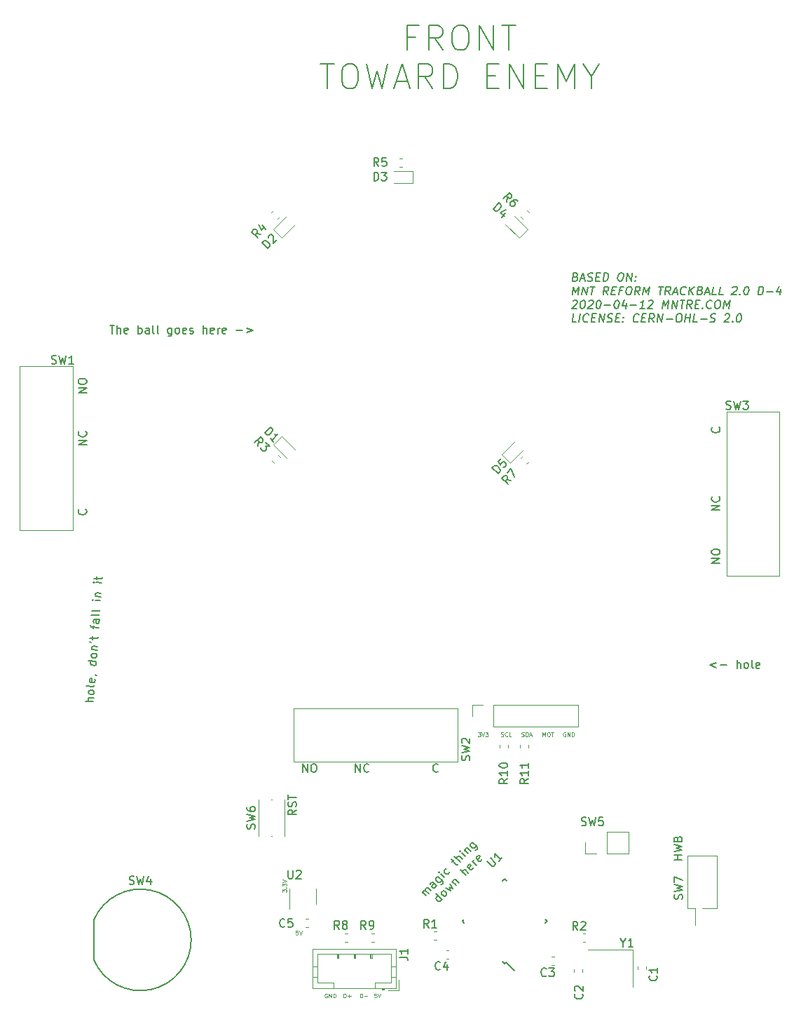
<source format=gbr>
G04 #@! TF.GenerationSoftware,KiCad,Pcbnew,5.1.7-a382d34a8~87~ubuntu20.04.1*
G04 #@! TF.CreationDate,2020-10-04T08:45:11+02:00*
G04 #@! TF.ProjectId,reform2-trackball,7265666f-726d-4322-9d74-7261636b6261,rev?*
G04 #@! TF.SameCoordinates,Original*
G04 #@! TF.FileFunction,Legend,Top*
G04 #@! TF.FilePolarity,Positive*
%FSLAX46Y46*%
G04 Gerber Fmt 4.6, Leading zero omitted, Abs format (unit mm)*
G04 Created by KiCad (PCBNEW 5.1.7-a382d34a8~87~ubuntu20.04.1) date 2020-10-04 08:45:11*
%MOMM*%
%LPD*%
G01*
G04 APERTURE LIST*
%ADD10C,0.150000*%
%ADD11C,0.100000*%
%ADD12C,0.120000*%
G04 APERTURE END LIST*
D10*
X74729766Y-127489535D02*
X73732202Y-127419778D01*
X74759661Y-127062007D02*
X74237128Y-127025468D01*
X74138800Y-127066328D01*
X74084654Y-127158012D01*
X74074688Y-127300521D01*
X74115548Y-127398849D01*
X74159729Y-127449674D01*
X74802844Y-126444468D02*
X74748697Y-126536152D01*
X74697873Y-126580333D01*
X74599545Y-126621193D01*
X74314527Y-126601263D01*
X74222842Y-126547116D01*
X74178661Y-126496291D01*
X74137801Y-126397963D01*
X74147767Y-126255454D01*
X74201913Y-126163770D01*
X74252738Y-126119589D01*
X74351066Y-126078729D01*
X74636084Y-126098659D01*
X74727768Y-126152806D01*
X74771950Y-126203631D01*
X74812809Y-126301959D01*
X74802844Y-126444468D01*
X74865957Y-125541910D02*
X74811810Y-125633594D01*
X74713483Y-125674454D01*
X73858428Y-125614662D01*
X74871602Y-124778539D02*
X74912461Y-124876867D01*
X74899174Y-125066879D01*
X74845028Y-125158564D01*
X74746700Y-125199423D01*
X74366676Y-125172849D01*
X74274991Y-125118703D01*
X74234132Y-125020375D01*
X74247419Y-124830363D01*
X74301565Y-124738678D01*
X74399893Y-124697819D01*
X74494899Y-124704462D01*
X74556688Y-125186136D01*
X74908141Y-124256006D02*
X74955644Y-124259327D01*
X75047328Y-124313474D01*
X75091510Y-124364299D01*
X75068583Y-122644224D02*
X74071019Y-122574467D01*
X75021080Y-122640902D02*
X75061939Y-122739230D01*
X75048653Y-122929242D01*
X74994506Y-123020926D01*
X74943681Y-123065108D01*
X74845353Y-123105967D01*
X74560335Y-123086037D01*
X74468651Y-123031890D01*
X74424469Y-122981066D01*
X74383610Y-122882738D01*
X74396897Y-122692726D01*
X74451043Y-122601041D01*
X75111766Y-122026684D02*
X75057619Y-122118368D01*
X75006794Y-122162550D01*
X74908466Y-122203409D01*
X74623448Y-122183479D01*
X74531764Y-122129332D01*
X74487582Y-122078508D01*
X74446723Y-121980180D01*
X74456688Y-121837671D01*
X74510835Y-121745986D01*
X74561659Y-121701805D01*
X74659987Y-121660945D01*
X74945005Y-121680876D01*
X75036690Y-121735022D01*
X75080871Y-121785847D01*
X75121731Y-121884175D01*
X75111766Y-122026684D01*
X74499871Y-121220131D02*
X75164913Y-121266635D01*
X74594877Y-121226774D02*
X74550695Y-121175950D01*
X74509836Y-121077622D01*
X74519801Y-120935113D01*
X74573948Y-120843428D01*
X74672275Y-120802569D01*
X75194809Y-120839108D01*
X74233784Y-120246818D02*
X74417153Y-120355111D01*
X74586236Y-119985052D02*
X74612810Y-119605027D01*
X74263680Y-119819290D02*
X75118735Y-119879082D01*
X75217062Y-119838222D01*
X75271209Y-119746538D01*
X75277852Y-119651532D01*
X74679244Y-118654966D02*
X74705818Y-118274942D01*
X75354252Y-118558961D02*
X74499197Y-118499170D01*
X74407513Y-118445024D01*
X74366653Y-118346696D01*
X74373297Y-118251690D01*
X75424009Y-117561397D02*
X74901475Y-117524858D01*
X74803147Y-117565718D01*
X74749001Y-117657402D01*
X74735714Y-117847414D01*
X74776574Y-117945742D01*
X75376506Y-117558076D02*
X75417365Y-117656403D01*
X75400757Y-117893919D01*
X75346610Y-117985603D01*
X75248282Y-118026463D01*
X75153276Y-118019819D01*
X75061592Y-117965673D01*
X75020732Y-117867345D01*
X75037341Y-117629830D01*
X74996481Y-117531502D01*
X75467191Y-116943858D02*
X75413045Y-117035542D01*
X75314717Y-117076402D01*
X74459662Y-117016610D01*
X75503730Y-116421324D02*
X75449584Y-116513009D01*
X75351256Y-116553868D01*
X74496201Y-116494077D01*
X75583452Y-115281251D02*
X74918409Y-115234747D01*
X74585888Y-115211495D02*
X74630069Y-115262319D01*
X74680894Y-115218138D01*
X74636713Y-115167313D01*
X74585888Y-115211495D01*
X74680894Y-115218138D01*
X74951627Y-114759716D02*
X75616670Y-114806220D01*
X75046633Y-114766360D02*
X75002452Y-114715535D01*
X74961592Y-114617207D01*
X74971557Y-114474698D01*
X75025704Y-114383014D01*
X75124032Y-114342154D01*
X75646565Y-114378693D01*
X75732930Y-113143614D02*
X75067888Y-113097109D01*
X74735366Y-113073857D02*
X74779548Y-113124682D01*
X74830372Y-113080501D01*
X74786191Y-113029676D01*
X74735366Y-113073857D01*
X74830372Y-113080501D01*
X75091140Y-112764588D02*
X75117714Y-112384564D01*
X74768584Y-112598827D02*
X75623639Y-112658618D01*
X75721966Y-112617758D01*
X75776113Y-112526074D01*
X75782756Y-112431068D01*
X113642857Y-47260714D02*
X112642857Y-47260714D01*
X112642857Y-48832142D02*
X112642857Y-45832142D01*
X114071428Y-45832142D01*
X116928571Y-48832142D02*
X115928571Y-47403571D01*
X115214285Y-48832142D02*
X115214285Y-45832142D01*
X116357142Y-45832142D01*
X116642857Y-45975000D01*
X116785714Y-46117857D01*
X116928571Y-46403571D01*
X116928571Y-46832142D01*
X116785714Y-47117857D01*
X116642857Y-47260714D01*
X116357142Y-47403571D01*
X115214285Y-47403571D01*
X118785714Y-45832142D02*
X119357142Y-45832142D01*
X119642857Y-45975000D01*
X119928571Y-46260714D01*
X120071428Y-46832142D01*
X120071428Y-47832142D01*
X119928571Y-48403571D01*
X119642857Y-48689285D01*
X119357142Y-48832142D01*
X118785714Y-48832142D01*
X118500000Y-48689285D01*
X118214285Y-48403571D01*
X118071428Y-47832142D01*
X118071428Y-46832142D01*
X118214285Y-46260714D01*
X118500000Y-45975000D01*
X118785714Y-45832142D01*
X121357142Y-48832142D02*
X121357142Y-45832142D01*
X123071428Y-48832142D01*
X123071428Y-45832142D01*
X124071428Y-45832142D02*
X125785714Y-45832142D01*
X124928571Y-48832142D02*
X124928571Y-45832142D01*
X102142857Y-50482142D02*
X103857142Y-50482142D01*
X103000000Y-53482142D02*
X103000000Y-50482142D01*
X105428571Y-50482142D02*
X106000000Y-50482142D01*
X106285714Y-50625000D01*
X106571428Y-50910714D01*
X106714285Y-51482142D01*
X106714285Y-52482142D01*
X106571428Y-53053571D01*
X106285714Y-53339285D01*
X106000000Y-53482142D01*
X105428571Y-53482142D01*
X105142857Y-53339285D01*
X104857142Y-53053571D01*
X104714285Y-52482142D01*
X104714285Y-51482142D01*
X104857142Y-50910714D01*
X105142857Y-50625000D01*
X105428571Y-50482142D01*
X107714285Y-50482142D02*
X108428571Y-53482142D01*
X109000000Y-51339285D01*
X109571428Y-53482142D01*
X110285714Y-50482142D01*
X111285714Y-52625000D02*
X112714285Y-52625000D01*
X111000000Y-53482142D02*
X112000000Y-50482142D01*
X113000000Y-53482142D01*
X115714285Y-53482142D02*
X114714285Y-52053571D01*
X114000000Y-53482142D02*
X114000000Y-50482142D01*
X115142857Y-50482142D01*
X115428571Y-50625000D01*
X115571428Y-50767857D01*
X115714285Y-51053571D01*
X115714285Y-51482142D01*
X115571428Y-51767857D01*
X115428571Y-51910714D01*
X115142857Y-52053571D01*
X114000000Y-52053571D01*
X117000000Y-53482142D02*
X117000000Y-50482142D01*
X117714285Y-50482142D01*
X118142857Y-50625000D01*
X118428571Y-50910714D01*
X118571428Y-51196428D01*
X118714285Y-51767857D01*
X118714285Y-52196428D01*
X118571428Y-52767857D01*
X118428571Y-53053571D01*
X118142857Y-53339285D01*
X117714285Y-53482142D01*
X117000000Y-53482142D01*
X122285714Y-51910714D02*
X123285714Y-51910714D01*
X123714285Y-53482142D02*
X122285714Y-53482142D01*
X122285714Y-50482142D01*
X123714285Y-50482142D01*
X125000000Y-53482142D02*
X125000000Y-50482142D01*
X126714285Y-53482142D01*
X126714285Y-50482142D01*
X128142857Y-51910714D02*
X129142857Y-51910714D01*
X129571428Y-53482142D02*
X128142857Y-53482142D01*
X128142857Y-50482142D01*
X129571428Y-50482142D01*
X130857142Y-53482142D02*
X130857142Y-50482142D01*
X131857142Y-52625000D01*
X132857142Y-50482142D01*
X132857142Y-53482142D01*
X134857142Y-52053571D02*
X134857142Y-53482142D01*
X133857142Y-50482142D02*
X134857142Y-52053571D01*
X135857142Y-50482142D01*
X114922896Y-150950140D02*
X114451492Y-150478735D01*
X114518835Y-150546079D02*
X114518835Y-150478735D01*
X114552507Y-150377720D01*
X114653522Y-150276705D01*
X114754538Y-150243033D01*
X114855553Y-150276705D01*
X115225942Y-150647094D01*
X114855553Y-150276705D02*
X114821881Y-150175690D01*
X114855553Y-150074674D01*
X114956568Y-149973659D01*
X115057583Y-149939987D01*
X115158599Y-149973659D01*
X115528988Y-150344048D01*
X116168751Y-149704285D02*
X115798362Y-149333896D01*
X115697347Y-149300224D01*
X115596331Y-149333896D01*
X115461644Y-149468583D01*
X115427973Y-149569598D01*
X116135079Y-149670613D02*
X116101408Y-149771629D01*
X115933049Y-149939987D01*
X115832034Y-149973659D01*
X115731018Y-149939987D01*
X115663675Y-149872644D01*
X115630003Y-149771629D01*
X115663675Y-149670613D01*
X115832034Y-149502255D01*
X115865705Y-149401239D01*
X116337110Y-148593117D02*
X116909530Y-149165537D01*
X116943201Y-149266552D01*
X116943201Y-149333896D01*
X116909530Y-149434911D01*
X116808514Y-149535926D01*
X116707499Y-149569598D01*
X116774843Y-149030850D02*
X116741171Y-149131865D01*
X116606484Y-149266552D01*
X116505469Y-149300224D01*
X116438125Y-149300224D01*
X116337110Y-149266552D01*
X116135079Y-149064522D01*
X116101408Y-148963507D01*
X116101408Y-148896163D01*
X116135079Y-148795148D01*
X116269766Y-148660461D01*
X116370782Y-148626789D01*
X117145232Y-148727804D02*
X116673827Y-148256400D01*
X116438125Y-148020698D02*
X116438125Y-148088041D01*
X116505469Y-148088041D01*
X116505469Y-148020698D01*
X116438125Y-148020698D01*
X116505469Y-148088041D01*
X117751324Y-148054369D02*
X117717652Y-148155385D01*
X117582965Y-148290072D01*
X117481949Y-148323743D01*
X117414606Y-148323743D01*
X117313591Y-148290072D01*
X117111560Y-148088041D01*
X117077888Y-147987026D01*
X117077888Y-147919682D01*
X117111560Y-147818667D01*
X117246247Y-147683980D01*
X117347262Y-147650308D01*
X118054369Y-146875858D02*
X118323743Y-146606484D01*
X117919682Y-146539140D02*
X118525774Y-147145232D01*
X118626789Y-147178904D01*
X118727804Y-147145232D01*
X118795148Y-147077888D01*
X119030850Y-146842186D02*
X118323743Y-146135079D01*
X119333896Y-146539140D02*
X118963507Y-146168751D01*
X118862491Y-146135079D01*
X118761476Y-146168751D01*
X118660461Y-146269766D01*
X118626789Y-146370782D01*
X118626789Y-146438125D01*
X119670613Y-146202423D02*
X119199209Y-145731018D01*
X118963507Y-145495316D02*
X118963507Y-145562660D01*
X119030850Y-145562660D01*
X119030850Y-145495316D01*
X118963507Y-145495316D01*
X119030850Y-145562660D01*
X119535926Y-145394301D02*
X120007331Y-145865705D01*
X119603270Y-145461644D02*
X119603270Y-145394301D01*
X119636942Y-145293286D01*
X119737957Y-145192270D01*
X119838972Y-145158599D01*
X119939987Y-145192270D01*
X120310377Y-145562660D01*
X120478735Y-144451492D02*
X121051155Y-145023912D01*
X121084827Y-145124927D01*
X121084827Y-145192270D01*
X121051155Y-145293286D01*
X120950140Y-145394301D01*
X120849125Y-145427973D01*
X120916468Y-144889225D02*
X120882796Y-144990240D01*
X120748109Y-145124927D01*
X120647094Y-145158599D01*
X120579751Y-145158599D01*
X120478735Y-145124927D01*
X120276705Y-144922896D01*
X120243033Y-144821881D01*
X120243033Y-144754538D01*
X120276705Y-144653522D01*
X120411392Y-144518835D01*
X120512407Y-144485164D01*
X116830401Y-151376087D02*
X116123294Y-150668981D01*
X116796729Y-151342416D02*
X116763057Y-151443431D01*
X116628370Y-151578118D01*
X116527355Y-151611790D01*
X116460012Y-151611790D01*
X116358996Y-151578118D01*
X116156966Y-151376087D01*
X116123294Y-151275072D01*
X116123294Y-151207729D01*
X116156966Y-151106713D01*
X116291653Y-150972026D01*
X116392668Y-150938355D01*
X117268134Y-150938355D02*
X117167118Y-150972026D01*
X117099775Y-150972026D01*
X116998760Y-150938355D01*
X116796729Y-150736324D01*
X116763057Y-150635309D01*
X116763057Y-150567965D01*
X116796729Y-150466950D01*
X116897744Y-150365935D01*
X116998760Y-150332263D01*
X117066103Y-150332263D01*
X117167118Y-150365935D01*
X117369149Y-150567965D01*
X117402821Y-150668981D01*
X117402821Y-150736324D01*
X117369149Y-150837339D01*
X117268134Y-150938355D01*
X117268134Y-149995546D02*
X117874225Y-150332263D01*
X117672195Y-149860859D01*
X118143599Y-150062889D01*
X117806882Y-149456798D01*
X118076256Y-149187424D02*
X118547660Y-149658828D01*
X118143599Y-149254767D02*
X118143599Y-149187424D01*
X118177271Y-149086408D01*
X118278286Y-148985393D01*
X118379301Y-148951721D01*
X118480317Y-148985393D01*
X118850706Y-149355782D01*
X119726172Y-148480317D02*
X119019065Y-147773210D01*
X120029217Y-148177271D02*
X119658828Y-147806882D01*
X119557813Y-147773210D01*
X119456798Y-147806882D01*
X119355782Y-147907897D01*
X119322111Y-148008912D01*
X119322111Y-148076256D01*
X120601637Y-147537508D02*
X120567965Y-147638523D01*
X120433278Y-147773210D01*
X120332263Y-147806882D01*
X120231248Y-147773210D01*
X119961874Y-147503836D01*
X119928202Y-147402821D01*
X119961874Y-147301805D01*
X120096561Y-147167118D01*
X120197576Y-147133447D01*
X120298591Y-147167118D01*
X120365935Y-147234462D01*
X120096561Y-147638523D01*
X120972026Y-147234462D02*
X120500622Y-146763057D01*
X120635309Y-146897744D02*
X120601637Y-146796729D01*
X120601637Y-146729386D01*
X120635309Y-146628370D01*
X120702652Y-146561027D01*
X121645461Y-146493683D02*
X121611790Y-146594699D01*
X121477103Y-146729386D01*
X121376087Y-146763057D01*
X121275072Y-146729386D01*
X121005698Y-146460012D01*
X120972026Y-146358996D01*
X121005698Y-146257981D01*
X121140385Y-146123294D01*
X121241400Y-146089622D01*
X121342416Y-146123294D01*
X121409759Y-146190638D01*
X121140385Y-146594699D01*
X150004761Y-122785714D02*
X149242857Y-123071428D01*
X150004761Y-123357142D01*
X150480952Y-123071428D02*
X151242857Y-123071428D01*
X152480952Y-123452380D02*
X152480952Y-122452380D01*
X152909523Y-123452380D02*
X152909523Y-122928571D01*
X152861904Y-122833333D01*
X152766666Y-122785714D01*
X152623809Y-122785714D01*
X152528571Y-122833333D01*
X152480952Y-122880952D01*
X153528571Y-123452380D02*
X153433333Y-123404761D01*
X153385714Y-123357142D01*
X153338095Y-123261904D01*
X153338095Y-122976190D01*
X153385714Y-122880952D01*
X153433333Y-122833333D01*
X153528571Y-122785714D01*
X153671428Y-122785714D01*
X153766666Y-122833333D01*
X153814285Y-122880952D01*
X153861904Y-122976190D01*
X153861904Y-123261904D01*
X153814285Y-123357142D01*
X153766666Y-123404761D01*
X153671428Y-123452380D01*
X153528571Y-123452380D01*
X154433333Y-123452380D02*
X154338095Y-123404761D01*
X154290476Y-123309523D01*
X154290476Y-122452380D01*
X155195238Y-123404761D02*
X155100000Y-123452380D01*
X154909523Y-123452380D01*
X154814285Y-123404761D01*
X154766666Y-123309523D01*
X154766666Y-122928571D01*
X154814285Y-122833333D01*
X154909523Y-122785714D01*
X155100000Y-122785714D01*
X155195238Y-122833333D01*
X155242857Y-122928571D01*
X155242857Y-123023809D01*
X154766666Y-123119047D01*
X76685714Y-82052380D02*
X77257142Y-82052380D01*
X76971428Y-83052380D02*
X76971428Y-82052380D01*
X77590476Y-83052380D02*
X77590476Y-82052380D01*
X78019047Y-83052380D02*
X78019047Y-82528571D01*
X77971428Y-82433333D01*
X77876190Y-82385714D01*
X77733333Y-82385714D01*
X77638095Y-82433333D01*
X77590476Y-82480952D01*
X78876190Y-83004761D02*
X78780952Y-83052380D01*
X78590476Y-83052380D01*
X78495238Y-83004761D01*
X78447619Y-82909523D01*
X78447619Y-82528571D01*
X78495238Y-82433333D01*
X78590476Y-82385714D01*
X78780952Y-82385714D01*
X78876190Y-82433333D01*
X78923809Y-82528571D01*
X78923809Y-82623809D01*
X78447619Y-82719047D01*
X80114285Y-83052380D02*
X80114285Y-82052380D01*
X80114285Y-82433333D02*
X80209523Y-82385714D01*
X80400000Y-82385714D01*
X80495238Y-82433333D01*
X80542857Y-82480952D01*
X80590476Y-82576190D01*
X80590476Y-82861904D01*
X80542857Y-82957142D01*
X80495238Y-83004761D01*
X80400000Y-83052380D01*
X80209523Y-83052380D01*
X80114285Y-83004761D01*
X81447619Y-83052380D02*
X81447619Y-82528571D01*
X81400000Y-82433333D01*
X81304761Y-82385714D01*
X81114285Y-82385714D01*
X81019047Y-82433333D01*
X81447619Y-83004761D02*
X81352380Y-83052380D01*
X81114285Y-83052380D01*
X81019047Y-83004761D01*
X80971428Y-82909523D01*
X80971428Y-82814285D01*
X81019047Y-82719047D01*
X81114285Y-82671428D01*
X81352380Y-82671428D01*
X81447619Y-82623809D01*
X82066666Y-83052380D02*
X81971428Y-83004761D01*
X81923809Y-82909523D01*
X81923809Y-82052380D01*
X82590476Y-83052380D02*
X82495238Y-83004761D01*
X82447619Y-82909523D01*
X82447619Y-82052380D01*
X84161904Y-82385714D02*
X84161904Y-83195238D01*
X84114285Y-83290476D01*
X84066666Y-83338095D01*
X83971428Y-83385714D01*
X83828571Y-83385714D01*
X83733333Y-83338095D01*
X84161904Y-83004761D02*
X84066666Y-83052380D01*
X83876190Y-83052380D01*
X83780952Y-83004761D01*
X83733333Y-82957142D01*
X83685714Y-82861904D01*
X83685714Y-82576190D01*
X83733333Y-82480952D01*
X83780952Y-82433333D01*
X83876190Y-82385714D01*
X84066666Y-82385714D01*
X84161904Y-82433333D01*
X84780952Y-83052380D02*
X84685714Y-83004761D01*
X84638095Y-82957142D01*
X84590476Y-82861904D01*
X84590476Y-82576190D01*
X84638095Y-82480952D01*
X84685714Y-82433333D01*
X84780952Y-82385714D01*
X84923809Y-82385714D01*
X85019047Y-82433333D01*
X85066666Y-82480952D01*
X85114285Y-82576190D01*
X85114285Y-82861904D01*
X85066666Y-82957142D01*
X85019047Y-83004761D01*
X84923809Y-83052380D01*
X84780952Y-83052380D01*
X85923809Y-83004761D02*
X85828571Y-83052380D01*
X85638095Y-83052380D01*
X85542857Y-83004761D01*
X85495238Y-82909523D01*
X85495238Y-82528571D01*
X85542857Y-82433333D01*
X85638095Y-82385714D01*
X85828571Y-82385714D01*
X85923809Y-82433333D01*
X85971428Y-82528571D01*
X85971428Y-82623809D01*
X85495238Y-82719047D01*
X86352380Y-83004761D02*
X86447619Y-83052380D01*
X86638095Y-83052380D01*
X86733333Y-83004761D01*
X86780952Y-82909523D01*
X86780952Y-82861904D01*
X86733333Y-82766666D01*
X86638095Y-82719047D01*
X86495238Y-82719047D01*
X86400000Y-82671428D01*
X86352380Y-82576190D01*
X86352380Y-82528571D01*
X86400000Y-82433333D01*
X86495238Y-82385714D01*
X86638095Y-82385714D01*
X86733333Y-82433333D01*
X87971428Y-83052380D02*
X87971428Y-82052380D01*
X88400000Y-83052380D02*
X88400000Y-82528571D01*
X88352380Y-82433333D01*
X88257142Y-82385714D01*
X88114285Y-82385714D01*
X88019047Y-82433333D01*
X87971428Y-82480952D01*
X89257142Y-83004761D02*
X89161904Y-83052380D01*
X88971428Y-83052380D01*
X88876190Y-83004761D01*
X88828571Y-82909523D01*
X88828571Y-82528571D01*
X88876190Y-82433333D01*
X88971428Y-82385714D01*
X89161904Y-82385714D01*
X89257142Y-82433333D01*
X89304761Y-82528571D01*
X89304761Y-82623809D01*
X88828571Y-82719047D01*
X89733333Y-83052380D02*
X89733333Y-82385714D01*
X89733333Y-82576190D02*
X89780952Y-82480952D01*
X89828571Y-82433333D01*
X89923809Y-82385714D01*
X90019047Y-82385714D01*
X90733333Y-83004761D02*
X90638095Y-83052380D01*
X90447619Y-83052380D01*
X90352380Y-83004761D01*
X90304761Y-82909523D01*
X90304761Y-82528571D01*
X90352380Y-82433333D01*
X90447619Y-82385714D01*
X90638095Y-82385714D01*
X90733333Y-82433333D01*
X90780952Y-82528571D01*
X90780952Y-82623809D01*
X90304761Y-82719047D01*
X91971428Y-82671428D02*
X92733333Y-82671428D01*
X93209523Y-82385714D02*
X93971428Y-82671428D01*
X93209523Y-82957142D01*
D11*
X97526190Y-150463571D02*
X97526190Y-150154047D01*
X97716666Y-150320714D01*
X97716666Y-150249285D01*
X97740476Y-150201666D01*
X97764285Y-150177857D01*
X97811904Y-150154047D01*
X97930952Y-150154047D01*
X97978571Y-150177857D01*
X98002380Y-150201666D01*
X98026190Y-150249285D01*
X98026190Y-150392142D01*
X98002380Y-150439761D01*
X97978571Y-150463571D01*
X97978571Y-149939761D02*
X98002380Y-149915952D01*
X98026190Y-149939761D01*
X98002380Y-149963571D01*
X97978571Y-149939761D01*
X98026190Y-149939761D01*
X97526190Y-149749285D02*
X97526190Y-149439761D01*
X97716666Y-149606428D01*
X97716666Y-149535000D01*
X97740476Y-149487380D01*
X97764285Y-149463571D01*
X97811904Y-149439761D01*
X97930952Y-149439761D01*
X97978571Y-149463571D01*
X98002380Y-149487380D01*
X98026190Y-149535000D01*
X98026190Y-149677857D01*
X98002380Y-149725476D01*
X97978571Y-149749285D01*
X97526190Y-149296904D02*
X98026190Y-149130238D01*
X97526190Y-148963571D01*
X99422142Y-155126190D02*
X99184047Y-155126190D01*
X99160238Y-155364285D01*
X99184047Y-155340476D01*
X99231666Y-155316666D01*
X99350714Y-155316666D01*
X99398333Y-155340476D01*
X99422142Y-155364285D01*
X99445952Y-155411904D01*
X99445952Y-155530952D01*
X99422142Y-155578571D01*
X99398333Y-155602380D01*
X99350714Y-155626190D01*
X99231666Y-155626190D01*
X99184047Y-155602380D01*
X99160238Y-155578571D01*
X99588809Y-155126190D02*
X99755476Y-155626190D01*
X99922142Y-155126190D01*
X108922142Y-162726190D02*
X108684047Y-162726190D01*
X108660238Y-162964285D01*
X108684047Y-162940476D01*
X108731666Y-162916666D01*
X108850714Y-162916666D01*
X108898333Y-162940476D01*
X108922142Y-162964285D01*
X108945952Y-163011904D01*
X108945952Y-163130952D01*
X108922142Y-163178571D01*
X108898333Y-163202380D01*
X108850714Y-163226190D01*
X108731666Y-163226190D01*
X108684047Y-163202380D01*
X108660238Y-163178571D01*
X109088809Y-162726190D02*
X109255476Y-163226190D01*
X109422142Y-162726190D01*
X106934047Y-163226190D02*
X106934047Y-162726190D01*
X107053095Y-162726190D01*
X107124523Y-162750000D01*
X107172142Y-162797619D01*
X107195952Y-162845238D01*
X107219761Y-162940476D01*
X107219761Y-163011904D01*
X107195952Y-163107142D01*
X107172142Y-163154761D01*
X107124523Y-163202380D01*
X107053095Y-163226190D01*
X106934047Y-163226190D01*
X107434047Y-163035714D02*
X107815000Y-163035714D01*
X104934047Y-163226190D02*
X104934047Y-162726190D01*
X105053095Y-162726190D01*
X105124523Y-162750000D01*
X105172142Y-162797619D01*
X105195952Y-162845238D01*
X105219761Y-162940476D01*
X105219761Y-163011904D01*
X105195952Y-163107142D01*
X105172142Y-163154761D01*
X105124523Y-163202380D01*
X105053095Y-163226190D01*
X104934047Y-163226190D01*
X105434047Y-163035714D02*
X105815000Y-163035714D01*
X105624523Y-163226190D02*
X105624523Y-162845238D01*
X102945952Y-162750000D02*
X102898333Y-162726190D01*
X102826904Y-162726190D01*
X102755476Y-162750000D01*
X102707857Y-162797619D01*
X102684047Y-162845238D01*
X102660238Y-162940476D01*
X102660238Y-163011904D01*
X102684047Y-163107142D01*
X102707857Y-163154761D01*
X102755476Y-163202380D01*
X102826904Y-163226190D01*
X102874523Y-163226190D01*
X102945952Y-163202380D01*
X102969761Y-163178571D01*
X102969761Y-163011904D01*
X102874523Y-163011904D01*
X103184047Y-163226190D02*
X103184047Y-162726190D01*
X103469761Y-163226190D01*
X103469761Y-162726190D01*
X103707857Y-163226190D02*
X103707857Y-162726190D01*
X103826904Y-162726190D01*
X103898333Y-162750000D01*
X103945952Y-162797619D01*
X103969761Y-162845238D01*
X103993571Y-162940476D01*
X103993571Y-163011904D01*
X103969761Y-163107142D01*
X103945952Y-163154761D01*
X103898333Y-163202380D01*
X103826904Y-163226190D01*
X103707857Y-163226190D01*
X128984047Y-131676190D02*
X128984047Y-131176190D01*
X129150714Y-131533333D01*
X129317380Y-131176190D01*
X129317380Y-131676190D01*
X129650714Y-131176190D02*
X129745952Y-131176190D01*
X129793571Y-131200000D01*
X129841190Y-131247619D01*
X129865000Y-131342857D01*
X129865000Y-131509523D01*
X129841190Y-131604761D01*
X129793571Y-131652380D01*
X129745952Y-131676190D01*
X129650714Y-131676190D01*
X129603095Y-131652380D01*
X129555476Y-131604761D01*
X129531666Y-131509523D01*
X129531666Y-131342857D01*
X129555476Y-131247619D01*
X129603095Y-131200000D01*
X129650714Y-131176190D01*
X130007857Y-131176190D02*
X130293571Y-131176190D01*
X130150714Y-131676190D02*
X130150714Y-131176190D01*
X121186428Y-131176190D02*
X121495952Y-131176190D01*
X121329285Y-131366666D01*
X121400714Y-131366666D01*
X121448333Y-131390476D01*
X121472142Y-131414285D01*
X121495952Y-131461904D01*
X121495952Y-131580952D01*
X121472142Y-131628571D01*
X121448333Y-131652380D01*
X121400714Y-131676190D01*
X121257857Y-131676190D01*
X121210238Y-131652380D01*
X121186428Y-131628571D01*
X121638809Y-131176190D02*
X121805476Y-131676190D01*
X121972142Y-131176190D01*
X122091190Y-131176190D02*
X122400714Y-131176190D01*
X122234047Y-131366666D01*
X122305476Y-131366666D01*
X122353095Y-131390476D01*
X122376904Y-131414285D01*
X122400714Y-131461904D01*
X122400714Y-131580952D01*
X122376904Y-131628571D01*
X122353095Y-131652380D01*
X122305476Y-131676190D01*
X122162619Y-131676190D01*
X122115000Y-131652380D01*
X122091190Y-131628571D01*
X126460238Y-131652380D02*
X126531666Y-131676190D01*
X126650714Y-131676190D01*
X126698333Y-131652380D01*
X126722142Y-131628571D01*
X126745952Y-131580952D01*
X126745952Y-131533333D01*
X126722142Y-131485714D01*
X126698333Y-131461904D01*
X126650714Y-131438095D01*
X126555476Y-131414285D01*
X126507857Y-131390476D01*
X126484047Y-131366666D01*
X126460238Y-131319047D01*
X126460238Y-131271428D01*
X126484047Y-131223809D01*
X126507857Y-131200000D01*
X126555476Y-131176190D01*
X126674523Y-131176190D01*
X126745952Y-131200000D01*
X126960238Y-131676190D02*
X126960238Y-131176190D01*
X127079285Y-131176190D01*
X127150714Y-131200000D01*
X127198333Y-131247619D01*
X127222142Y-131295238D01*
X127245952Y-131390476D01*
X127245952Y-131461904D01*
X127222142Y-131557142D01*
X127198333Y-131604761D01*
X127150714Y-131652380D01*
X127079285Y-131676190D01*
X126960238Y-131676190D01*
X127436428Y-131533333D02*
X127674523Y-131533333D01*
X127388809Y-131676190D02*
X127555476Y-131176190D01*
X127722142Y-131676190D01*
X123960238Y-131652380D02*
X124031666Y-131676190D01*
X124150714Y-131676190D01*
X124198333Y-131652380D01*
X124222142Y-131628571D01*
X124245952Y-131580952D01*
X124245952Y-131533333D01*
X124222142Y-131485714D01*
X124198333Y-131461904D01*
X124150714Y-131438095D01*
X124055476Y-131414285D01*
X124007857Y-131390476D01*
X123984047Y-131366666D01*
X123960238Y-131319047D01*
X123960238Y-131271428D01*
X123984047Y-131223809D01*
X124007857Y-131200000D01*
X124055476Y-131176190D01*
X124174523Y-131176190D01*
X124245952Y-131200000D01*
X124745952Y-131628571D02*
X124722142Y-131652380D01*
X124650714Y-131676190D01*
X124603095Y-131676190D01*
X124531666Y-131652380D01*
X124484047Y-131604761D01*
X124460238Y-131557142D01*
X124436428Y-131461904D01*
X124436428Y-131390476D01*
X124460238Y-131295238D01*
X124484047Y-131247619D01*
X124531666Y-131200000D01*
X124603095Y-131176190D01*
X124650714Y-131176190D01*
X124722142Y-131200000D01*
X124745952Y-131223809D01*
X125198333Y-131676190D02*
X124960238Y-131676190D01*
X124960238Y-131176190D01*
D10*
X132990357Y-76203571D02*
X133127261Y-76251190D01*
X133168928Y-76298809D01*
X133204642Y-76394047D01*
X133186785Y-76536904D01*
X133127261Y-76632142D01*
X133073690Y-76679761D01*
X132972500Y-76727380D01*
X132591547Y-76727380D01*
X132716547Y-75727380D01*
X133049880Y-75727380D01*
X133139166Y-75775000D01*
X133180833Y-75822619D01*
X133216547Y-75917857D01*
X133204642Y-76013095D01*
X133145119Y-76108333D01*
X133091547Y-76155952D01*
X132990357Y-76203571D01*
X132657023Y-76203571D01*
X133579642Y-76441666D02*
X134055833Y-76441666D01*
X133448690Y-76727380D02*
X133907023Y-75727380D01*
X134115357Y-76727380D01*
X134407023Y-76679761D02*
X134543928Y-76727380D01*
X134782023Y-76727380D01*
X134883214Y-76679761D01*
X134936785Y-76632142D01*
X134996309Y-76536904D01*
X135008214Y-76441666D01*
X134972500Y-76346428D01*
X134930833Y-76298809D01*
X134841547Y-76251190D01*
X134657023Y-76203571D01*
X134567738Y-76155952D01*
X134526071Y-76108333D01*
X134490357Y-76013095D01*
X134502261Y-75917857D01*
X134561785Y-75822619D01*
X134615357Y-75775000D01*
X134716547Y-75727380D01*
X134954642Y-75727380D01*
X135091547Y-75775000D01*
X135466547Y-76203571D02*
X135799880Y-76203571D01*
X135877261Y-76727380D02*
X135401071Y-76727380D01*
X135526071Y-75727380D01*
X136002261Y-75727380D01*
X136305833Y-76727380D02*
X136430833Y-75727380D01*
X136668928Y-75727380D01*
X136805833Y-75775000D01*
X136889166Y-75870238D01*
X136924880Y-75965476D01*
X136948690Y-76155952D01*
X136930833Y-76298809D01*
X136859404Y-76489285D01*
X136799880Y-76584523D01*
X136692738Y-76679761D01*
X136543928Y-76727380D01*
X136305833Y-76727380D01*
X138383214Y-75727380D02*
X138573690Y-75727380D01*
X138662976Y-75775000D01*
X138746309Y-75870238D01*
X138770119Y-76060714D01*
X138728452Y-76394047D01*
X138657023Y-76584523D01*
X138549880Y-76679761D01*
X138448690Y-76727380D01*
X138258214Y-76727380D01*
X138168928Y-76679761D01*
X138085595Y-76584523D01*
X138061785Y-76394047D01*
X138103452Y-76060714D01*
X138174880Y-75870238D01*
X138282023Y-75775000D01*
X138383214Y-75727380D01*
X139115357Y-76727380D02*
X139240357Y-75727380D01*
X139686785Y-76727380D01*
X139811785Y-75727380D01*
X140174880Y-76632142D02*
X140216547Y-76679761D01*
X140162976Y-76727380D01*
X140121309Y-76679761D01*
X140174880Y-76632142D01*
X140162976Y-76727380D01*
X140240357Y-76108333D02*
X140282023Y-76155952D01*
X140228452Y-76203571D01*
X140186785Y-76155952D01*
X140240357Y-76108333D01*
X140228452Y-76203571D01*
X132591547Y-78377380D02*
X132716547Y-77377380D01*
X132960595Y-78091666D01*
X133383214Y-77377380D01*
X133258214Y-78377380D01*
X133734404Y-78377380D02*
X133859404Y-77377380D01*
X134305833Y-78377380D01*
X134430833Y-77377380D01*
X134764166Y-77377380D02*
X135335595Y-77377380D01*
X134924880Y-78377380D02*
X135049880Y-77377380D01*
X136877261Y-78377380D02*
X136603452Y-77901190D01*
X136305833Y-78377380D02*
X136430833Y-77377380D01*
X136811785Y-77377380D01*
X136901071Y-77425000D01*
X136942738Y-77472619D01*
X136978452Y-77567857D01*
X136960595Y-77710714D01*
X136901071Y-77805952D01*
X136847500Y-77853571D01*
X136746309Y-77901190D01*
X136365357Y-77901190D01*
X137371309Y-77853571D02*
X137704642Y-77853571D01*
X137782023Y-78377380D02*
X137305833Y-78377380D01*
X137430833Y-77377380D01*
X137907023Y-77377380D01*
X138609404Y-77853571D02*
X138276071Y-77853571D01*
X138210595Y-78377380D02*
X138335595Y-77377380D01*
X138811785Y-77377380D01*
X139383214Y-77377380D02*
X139573690Y-77377380D01*
X139662976Y-77425000D01*
X139746309Y-77520238D01*
X139770119Y-77710714D01*
X139728452Y-78044047D01*
X139657023Y-78234523D01*
X139549880Y-78329761D01*
X139448690Y-78377380D01*
X139258214Y-78377380D01*
X139168928Y-78329761D01*
X139085595Y-78234523D01*
X139061785Y-78044047D01*
X139103452Y-77710714D01*
X139174880Y-77520238D01*
X139282023Y-77425000D01*
X139383214Y-77377380D01*
X140686785Y-78377380D02*
X140412976Y-77901190D01*
X140115357Y-78377380D02*
X140240357Y-77377380D01*
X140621309Y-77377380D01*
X140710595Y-77425000D01*
X140752261Y-77472619D01*
X140787976Y-77567857D01*
X140770119Y-77710714D01*
X140710595Y-77805952D01*
X140657023Y-77853571D01*
X140555833Y-77901190D01*
X140174880Y-77901190D01*
X141115357Y-78377380D02*
X141240357Y-77377380D01*
X141484404Y-78091666D01*
X141907023Y-77377380D01*
X141782023Y-78377380D01*
X143002261Y-77377380D02*
X143573690Y-77377380D01*
X143162976Y-78377380D02*
X143287976Y-77377380D01*
X144353452Y-78377380D02*
X144079642Y-77901190D01*
X143782023Y-78377380D02*
X143907023Y-77377380D01*
X144287976Y-77377380D01*
X144377261Y-77425000D01*
X144418928Y-77472619D01*
X144454642Y-77567857D01*
X144436785Y-77710714D01*
X144377261Y-77805952D01*
X144323690Y-77853571D01*
X144222500Y-77901190D01*
X143841547Y-77901190D01*
X144770119Y-78091666D02*
X145246309Y-78091666D01*
X144639166Y-78377380D02*
X145097500Y-77377380D01*
X145305833Y-78377380D01*
X146222500Y-78282142D02*
X146168928Y-78329761D01*
X146020119Y-78377380D01*
X145924880Y-78377380D01*
X145787976Y-78329761D01*
X145704642Y-78234523D01*
X145668928Y-78139285D01*
X145645119Y-77948809D01*
X145662976Y-77805952D01*
X145734404Y-77615476D01*
X145793928Y-77520238D01*
X145901071Y-77425000D01*
X146049880Y-77377380D01*
X146145119Y-77377380D01*
X146282023Y-77425000D01*
X146323690Y-77472619D01*
X146639166Y-78377380D02*
X146764166Y-77377380D01*
X147210595Y-78377380D02*
X146853452Y-77805952D01*
X147335595Y-77377380D02*
X146692738Y-77948809D01*
X148037976Y-77853571D02*
X148174880Y-77901190D01*
X148216547Y-77948809D01*
X148252261Y-78044047D01*
X148234404Y-78186904D01*
X148174880Y-78282142D01*
X148121309Y-78329761D01*
X148020119Y-78377380D01*
X147639166Y-78377380D01*
X147764166Y-77377380D01*
X148097500Y-77377380D01*
X148186785Y-77425000D01*
X148228452Y-77472619D01*
X148264166Y-77567857D01*
X148252261Y-77663095D01*
X148192738Y-77758333D01*
X148139166Y-77805952D01*
X148037976Y-77853571D01*
X147704642Y-77853571D01*
X148627261Y-78091666D02*
X149103452Y-78091666D01*
X148496309Y-78377380D02*
X148954642Y-77377380D01*
X149162976Y-78377380D01*
X149972500Y-78377380D02*
X149496309Y-78377380D01*
X149621309Y-77377380D01*
X150782023Y-78377380D02*
X150305833Y-78377380D01*
X150430833Y-77377380D01*
X151942738Y-77472619D02*
X151996309Y-77425000D01*
X152097500Y-77377380D01*
X152335595Y-77377380D01*
X152424880Y-77425000D01*
X152466547Y-77472619D01*
X152502261Y-77567857D01*
X152490357Y-77663095D01*
X152424880Y-77805952D01*
X151782023Y-78377380D01*
X152401071Y-78377380D01*
X152841547Y-78282142D02*
X152883214Y-78329761D01*
X152829642Y-78377380D01*
X152787976Y-78329761D01*
X152841547Y-78282142D01*
X152829642Y-78377380D01*
X153621309Y-77377380D02*
X153716547Y-77377380D01*
X153805833Y-77425000D01*
X153847500Y-77472619D01*
X153883214Y-77567857D01*
X153907023Y-77758333D01*
X153877261Y-77996428D01*
X153805833Y-78186904D01*
X153746309Y-78282142D01*
X153692738Y-78329761D01*
X153591547Y-78377380D01*
X153496309Y-78377380D01*
X153407023Y-78329761D01*
X153365357Y-78282142D01*
X153329642Y-78186904D01*
X153305833Y-77996428D01*
X153335595Y-77758333D01*
X153407023Y-77567857D01*
X153466547Y-77472619D01*
X153520119Y-77425000D01*
X153621309Y-77377380D01*
X155020119Y-78377380D02*
X155145119Y-77377380D01*
X155383214Y-77377380D01*
X155520119Y-77425000D01*
X155603452Y-77520238D01*
X155639166Y-77615476D01*
X155662976Y-77805952D01*
X155645119Y-77948809D01*
X155573690Y-78139285D01*
X155514166Y-78234523D01*
X155407023Y-78329761D01*
X155258214Y-78377380D01*
X155020119Y-78377380D01*
X156067738Y-77996428D02*
X156829642Y-77996428D01*
X157770119Y-77710714D02*
X157686785Y-78377380D01*
X157579642Y-77329761D02*
X157252261Y-78044047D01*
X157871309Y-78044047D01*
X132657023Y-79122619D02*
X132710595Y-79075000D01*
X132811785Y-79027380D01*
X133049880Y-79027380D01*
X133139166Y-79075000D01*
X133180833Y-79122619D01*
X133216547Y-79217857D01*
X133204642Y-79313095D01*
X133139166Y-79455952D01*
X132496309Y-80027380D01*
X133115357Y-80027380D01*
X133859404Y-79027380D02*
X133954642Y-79027380D01*
X134043928Y-79075000D01*
X134085595Y-79122619D01*
X134121309Y-79217857D01*
X134145119Y-79408333D01*
X134115357Y-79646428D01*
X134043928Y-79836904D01*
X133984404Y-79932142D01*
X133930833Y-79979761D01*
X133829642Y-80027380D01*
X133734404Y-80027380D01*
X133645119Y-79979761D01*
X133603452Y-79932142D01*
X133567738Y-79836904D01*
X133543928Y-79646428D01*
X133573690Y-79408333D01*
X133645119Y-79217857D01*
X133704642Y-79122619D01*
X133758214Y-79075000D01*
X133859404Y-79027380D01*
X134561785Y-79122619D02*
X134615357Y-79075000D01*
X134716547Y-79027380D01*
X134954642Y-79027380D01*
X135043928Y-79075000D01*
X135085595Y-79122619D01*
X135121309Y-79217857D01*
X135109404Y-79313095D01*
X135043928Y-79455952D01*
X134401071Y-80027380D01*
X135020119Y-80027380D01*
X135764166Y-79027380D02*
X135859404Y-79027380D01*
X135948690Y-79075000D01*
X135990357Y-79122619D01*
X136026071Y-79217857D01*
X136049880Y-79408333D01*
X136020119Y-79646428D01*
X135948690Y-79836904D01*
X135889166Y-79932142D01*
X135835595Y-79979761D01*
X135734404Y-80027380D01*
X135639166Y-80027380D01*
X135549880Y-79979761D01*
X135508214Y-79932142D01*
X135472500Y-79836904D01*
X135448690Y-79646428D01*
X135478452Y-79408333D01*
X135549880Y-79217857D01*
X135609404Y-79122619D01*
X135662976Y-79075000D01*
X135764166Y-79027380D01*
X136448690Y-79646428D02*
X137210595Y-79646428D01*
X137954642Y-79027380D02*
X138049880Y-79027380D01*
X138139166Y-79075000D01*
X138180833Y-79122619D01*
X138216547Y-79217857D01*
X138240357Y-79408333D01*
X138210595Y-79646428D01*
X138139166Y-79836904D01*
X138079642Y-79932142D01*
X138026071Y-79979761D01*
X137924880Y-80027380D01*
X137829642Y-80027380D01*
X137740357Y-79979761D01*
X137698690Y-79932142D01*
X137662976Y-79836904D01*
X137639166Y-79646428D01*
X137668928Y-79408333D01*
X137740357Y-79217857D01*
X137799880Y-79122619D01*
X137853452Y-79075000D01*
X137954642Y-79027380D01*
X139103452Y-79360714D02*
X139020119Y-80027380D01*
X138912976Y-78979761D02*
X138585595Y-79694047D01*
X139204642Y-79694047D01*
X139591547Y-79646428D02*
X140353452Y-79646428D01*
X141305833Y-80027380D02*
X140734404Y-80027380D01*
X141020119Y-80027380D02*
X141145119Y-79027380D01*
X141032023Y-79170238D01*
X140924880Y-79265476D01*
X140823690Y-79313095D01*
X141799880Y-79122619D02*
X141853452Y-79075000D01*
X141954642Y-79027380D01*
X142192738Y-79027380D01*
X142282023Y-79075000D01*
X142323690Y-79122619D01*
X142359404Y-79217857D01*
X142347500Y-79313095D01*
X142282023Y-79455952D01*
X141639166Y-80027380D01*
X142258214Y-80027380D01*
X143448690Y-80027380D02*
X143573690Y-79027380D01*
X143817738Y-79741666D01*
X144240357Y-79027380D01*
X144115357Y-80027380D01*
X144591547Y-80027380D02*
X144716547Y-79027380D01*
X145162976Y-80027380D01*
X145287976Y-79027380D01*
X145621309Y-79027380D02*
X146192738Y-79027380D01*
X145782023Y-80027380D02*
X145907023Y-79027380D01*
X146972500Y-80027380D02*
X146698690Y-79551190D01*
X146401071Y-80027380D02*
X146526071Y-79027380D01*
X146907023Y-79027380D01*
X146996309Y-79075000D01*
X147037976Y-79122619D01*
X147073690Y-79217857D01*
X147055833Y-79360714D01*
X146996309Y-79455952D01*
X146942738Y-79503571D01*
X146841547Y-79551190D01*
X146460595Y-79551190D01*
X147466547Y-79503571D02*
X147799880Y-79503571D01*
X147877261Y-80027380D02*
X147401071Y-80027380D01*
X147526071Y-79027380D01*
X148002261Y-79027380D01*
X148317738Y-79932142D02*
X148359404Y-79979761D01*
X148305833Y-80027380D01*
X148264166Y-79979761D01*
X148317738Y-79932142D01*
X148305833Y-80027380D01*
X149365357Y-79932142D02*
X149311785Y-79979761D01*
X149162976Y-80027380D01*
X149067738Y-80027380D01*
X148930833Y-79979761D01*
X148847500Y-79884523D01*
X148811785Y-79789285D01*
X148787976Y-79598809D01*
X148805833Y-79455952D01*
X148877261Y-79265476D01*
X148936785Y-79170238D01*
X149043928Y-79075000D01*
X149192738Y-79027380D01*
X149287976Y-79027380D01*
X149424880Y-79075000D01*
X149466547Y-79122619D01*
X150097500Y-79027380D02*
X150287976Y-79027380D01*
X150377261Y-79075000D01*
X150460595Y-79170238D01*
X150484404Y-79360714D01*
X150442738Y-79694047D01*
X150371309Y-79884523D01*
X150264166Y-79979761D01*
X150162976Y-80027380D01*
X149972500Y-80027380D01*
X149883214Y-79979761D01*
X149799880Y-79884523D01*
X149776071Y-79694047D01*
X149817738Y-79360714D01*
X149889166Y-79170238D01*
X149996309Y-79075000D01*
X150097500Y-79027380D01*
X150829642Y-80027380D02*
X150954642Y-79027380D01*
X151198690Y-79741666D01*
X151621309Y-79027380D01*
X151496309Y-80027380D01*
X133067738Y-81677380D02*
X132591547Y-81677380D01*
X132716547Y-80677380D01*
X133401071Y-81677380D02*
X133526071Y-80677380D01*
X134460595Y-81582142D02*
X134407023Y-81629761D01*
X134258214Y-81677380D01*
X134162976Y-81677380D01*
X134026071Y-81629761D01*
X133942738Y-81534523D01*
X133907023Y-81439285D01*
X133883214Y-81248809D01*
X133901071Y-81105952D01*
X133972500Y-80915476D01*
X134032023Y-80820238D01*
X134139166Y-80725000D01*
X134287976Y-80677380D01*
X134383214Y-80677380D01*
X134520119Y-80725000D01*
X134561785Y-80772619D01*
X134942738Y-81153571D02*
X135276071Y-81153571D01*
X135353452Y-81677380D02*
X134877261Y-81677380D01*
X135002261Y-80677380D01*
X135478452Y-80677380D01*
X135782023Y-81677380D02*
X135907023Y-80677380D01*
X136353452Y-81677380D01*
X136478452Y-80677380D01*
X136787976Y-81629761D02*
X136924880Y-81677380D01*
X137162976Y-81677380D01*
X137264166Y-81629761D01*
X137317738Y-81582142D01*
X137377261Y-81486904D01*
X137389166Y-81391666D01*
X137353452Y-81296428D01*
X137311785Y-81248809D01*
X137222500Y-81201190D01*
X137037976Y-81153571D01*
X136948690Y-81105952D01*
X136907023Y-81058333D01*
X136871309Y-80963095D01*
X136883214Y-80867857D01*
X136942738Y-80772619D01*
X136996309Y-80725000D01*
X137097500Y-80677380D01*
X137335595Y-80677380D01*
X137472500Y-80725000D01*
X137847500Y-81153571D02*
X138180833Y-81153571D01*
X138258214Y-81677380D02*
X137782023Y-81677380D01*
X137907023Y-80677380D01*
X138383214Y-80677380D01*
X138698690Y-81582142D02*
X138740357Y-81629761D01*
X138686785Y-81677380D01*
X138645119Y-81629761D01*
X138698690Y-81582142D01*
X138686785Y-81677380D01*
X138764166Y-81058333D02*
X138805833Y-81105952D01*
X138752261Y-81153571D01*
X138710595Y-81105952D01*
X138764166Y-81058333D01*
X138752261Y-81153571D01*
X140508214Y-81582142D02*
X140454642Y-81629761D01*
X140305833Y-81677380D01*
X140210595Y-81677380D01*
X140073690Y-81629761D01*
X139990357Y-81534523D01*
X139954642Y-81439285D01*
X139930833Y-81248809D01*
X139948690Y-81105952D01*
X140020119Y-80915476D01*
X140079642Y-80820238D01*
X140186785Y-80725000D01*
X140335595Y-80677380D01*
X140430833Y-80677380D01*
X140567738Y-80725000D01*
X140609404Y-80772619D01*
X140990357Y-81153571D02*
X141323690Y-81153571D01*
X141401071Y-81677380D02*
X140924880Y-81677380D01*
X141049880Y-80677380D01*
X141526071Y-80677380D01*
X142401071Y-81677380D02*
X142127261Y-81201190D01*
X141829642Y-81677380D02*
X141954642Y-80677380D01*
X142335595Y-80677380D01*
X142424880Y-80725000D01*
X142466547Y-80772619D01*
X142502261Y-80867857D01*
X142484404Y-81010714D01*
X142424880Y-81105952D01*
X142371309Y-81153571D01*
X142270119Y-81201190D01*
X141889166Y-81201190D01*
X142829642Y-81677380D02*
X142954642Y-80677380D01*
X143401071Y-81677380D01*
X143526071Y-80677380D01*
X143924880Y-81296428D02*
X144686785Y-81296428D01*
X145430833Y-80677380D02*
X145621309Y-80677380D01*
X145710595Y-80725000D01*
X145793928Y-80820238D01*
X145817738Y-81010714D01*
X145776071Y-81344047D01*
X145704642Y-81534523D01*
X145597500Y-81629761D01*
X145496309Y-81677380D01*
X145305833Y-81677380D01*
X145216547Y-81629761D01*
X145133214Y-81534523D01*
X145109404Y-81344047D01*
X145151071Y-81010714D01*
X145222500Y-80820238D01*
X145329642Y-80725000D01*
X145430833Y-80677380D01*
X146162976Y-81677380D02*
X146287976Y-80677380D01*
X146228452Y-81153571D02*
X146799880Y-81153571D01*
X146734404Y-81677380D02*
X146859404Y-80677380D01*
X147686785Y-81677380D02*
X147210595Y-81677380D01*
X147335595Y-80677380D01*
X148067738Y-81296428D02*
X148829642Y-81296428D01*
X149216547Y-81629761D02*
X149353452Y-81677380D01*
X149591547Y-81677380D01*
X149692738Y-81629761D01*
X149746309Y-81582142D01*
X149805833Y-81486904D01*
X149817738Y-81391666D01*
X149782023Y-81296428D01*
X149740357Y-81248809D01*
X149651071Y-81201190D01*
X149466547Y-81153571D01*
X149377261Y-81105952D01*
X149335595Y-81058333D01*
X149299880Y-80963095D01*
X149311785Y-80867857D01*
X149371309Y-80772619D01*
X149424880Y-80725000D01*
X149526071Y-80677380D01*
X149764166Y-80677380D01*
X149901071Y-80725000D01*
X151037976Y-80772619D02*
X151091547Y-80725000D01*
X151192738Y-80677380D01*
X151430833Y-80677380D01*
X151520119Y-80725000D01*
X151561785Y-80772619D01*
X151597500Y-80867857D01*
X151585595Y-80963095D01*
X151520119Y-81105952D01*
X150877261Y-81677380D01*
X151496309Y-81677380D01*
X151936785Y-81582142D02*
X151978452Y-81629761D01*
X151924880Y-81677380D01*
X151883214Y-81629761D01*
X151936785Y-81582142D01*
X151924880Y-81677380D01*
X152716547Y-80677380D02*
X152811785Y-80677380D01*
X152901071Y-80725000D01*
X152942738Y-80772619D01*
X152978452Y-80867857D01*
X153002261Y-81058333D01*
X152972500Y-81296428D01*
X152901071Y-81486904D01*
X152841547Y-81582142D01*
X152787976Y-81629761D01*
X152686785Y-81677380D01*
X152591547Y-81677380D01*
X152502261Y-81629761D01*
X152460595Y-81582142D01*
X152424880Y-81486904D01*
X152401071Y-81296428D01*
X152430833Y-81058333D01*
X152502261Y-80867857D01*
X152561785Y-80772619D01*
X152615357Y-80725000D01*
X152716547Y-80677380D01*
D11*
X131745952Y-131200000D02*
X131698333Y-131176190D01*
X131626904Y-131176190D01*
X131555476Y-131200000D01*
X131507857Y-131247619D01*
X131484047Y-131295238D01*
X131460238Y-131390476D01*
X131460238Y-131461904D01*
X131484047Y-131557142D01*
X131507857Y-131604761D01*
X131555476Y-131652380D01*
X131626904Y-131676190D01*
X131674523Y-131676190D01*
X131745952Y-131652380D01*
X131769761Y-131628571D01*
X131769761Y-131461904D01*
X131674523Y-131461904D01*
X131984047Y-131676190D02*
X131984047Y-131176190D01*
X132269761Y-131676190D01*
X132269761Y-131176190D01*
X132507857Y-131676190D02*
X132507857Y-131176190D01*
X132626904Y-131176190D01*
X132698333Y-131200000D01*
X132745952Y-131247619D01*
X132769761Y-131295238D01*
X132793571Y-131390476D01*
X132793571Y-131461904D01*
X132769761Y-131557142D01*
X132745952Y-131604761D01*
X132698333Y-131652380D01*
X132626904Y-131676190D01*
X132507857Y-131676190D01*
D10*
X145852380Y-146557142D02*
X144852380Y-146557142D01*
X145328571Y-146557142D02*
X145328571Y-145985714D01*
X145852380Y-145985714D02*
X144852380Y-145985714D01*
X144852380Y-145604761D02*
X145852380Y-145366666D01*
X145138095Y-145176190D01*
X145852380Y-144985714D01*
X144852380Y-144747619D01*
X145328571Y-144033333D02*
X145376190Y-143890476D01*
X145423809Y-143842857D01*
X145519047Y-143795238D01*
X145661904Y-143795238D01*
X145757142Y-143842857D01*
X145804761Y-143890476D01*
X145852380Y-143985714D01*
X145852380Y-144366666D01*
X144852380Y-144366666D01*
X144852380Y-144033333D01*
X144900000Y-143938095D01*
X144947619Y-143890476D01*
X145042857Y-143842857D01*
X145138095Y-143842857D01*
X145233333Y-143890476D01*
X145280952Y-143938095D01*
X145328571Y-144033333D01*
X145328571Y-144366666D01*
X99252380Y-140547619D02*
X98776190Y-140880952D01*
X99252380Y-141119047D02*
X98252380Y-141119047D01*
X98252380Y-140738095D01*
X98300000Y-140642857D01*
X98347619Y-140595238D01*
X98442857Y-140547619D01*
X98585714Y-140547619D01*
X98680952Y-140595238D01*
X98728571Y-140642857D01*
X98776190Y-140738095D01*
X98776190Y-141119047D01*
X99204761Y-140166666D02*
X99252380Y-140023809D01*
X99252380Y-139785714D01*
X99204761Y-139690476D01*
X99157142Y-139642857D01*
X99061904Y-139595238D01*
X98966666Y-139595238D01*
X98871428Y-139642857D01*
X98823809Y-139690476D01*
X98776190Y-139785714D01*
X98728571Y-139976190D01*
X98680952Y-140071428D01*
X98633333Y-140119047D01*
X98538095Y-140166666D01*
X98442857Y-140166666D01*
X98347619Y-140119047D01*
X98300000Y-140071428D01*
X98252380Y-139976190D01*
X98252380Y-139738095D01*
X98300000Y-139595238D01*
X98252380Y-139309523D02*
X98252380Y-138738095D01*
X99252380Y-139023809D02*
X98252380Y-139023809D01*
D12*
X111310000Y-162060000D02*
X111310000Y-157340000D01*
X111310000Y-157340000D02*
X101190000Y-157340000D01*
X101190000Y-157340000D02*
X101190000Y-162060000D01*
X101190000Y-162060000D02*
X111310000Y-162060000D01*
X109550000Y-162060000D02*
X109550000Y-162260000D01*
X109550000Y-162260000D02*
X109850000Y-162260000D01*
X109850000Y-162260000D02*
X109850000Y-162060000D01*
X109550000Y-162160000D02*
X109850000Y-162160000D01*
X108750000Y-162060000D02*
X108750000Y-161450000D01*
X108750000Y-161450000D02*
X110700000Y-161450000D01*
X110700000Y-161450000D02*
X110700000Y-157950000D01*
X110700000Y-157950000D02*
X101800000Y-157950000D01*
X101800000Y-157950000D02*
X101800000Y-161450000D01*
X101800000Y-161450000D02*
X103750000Y-161450000D01*
X103750000Y-161450000D02*
X103750000Y-162060000D01*
X111310000Y-160750000D02*
X110700000Y-160750000D01*
X111310000Y-159450000D02*
X110700000Y-159450000D01*
X101190000Y-160750000D02*
X101800000Y-160750000D01*
X101190000Y-159450000D02*
X101800000Y-159450000D01*
X108350000Y-157950000D02*
X108350000Y-158450000D01*
X108350000Y-158450000D02*
X108150000Y-158450000D01*
X108150000Y-158450000D02*
X108150000Y-157950000D01*
X108250000Y-157950000D02*
X108250000Y-158450000D01*
X106350000Y-157950000D02*
X106350000Y-158450000D01*
X106350000Y-158450000D02*
X106150000Y-158450000D01*
X106150000Y-158450000D02*
X106150000Y-157950000D01*
X106250000Y-157950000D02*
X106250000Y-158450000D01*
X104350000Y-157950000D02*
X104350000Y-158450000D01*
X104350000Y-158450000D02*
X104150000Y-158450000D01*
X104150000Y-158450000D02*
X104150000Y-157950000D01*
X104250000Y-157950000D02*
X104250000Y-158450000D01*
X110360000Y-162360000D02*
X111610000Y-162360000D01*
X111610000Y-162360000D02*
X111610000Y-161110000D01*
X127310000Y-132737221D02*
X127310000Y-133062779D01*
X126290000Y-132737221D02*
X126290000Y-133062779D01*
X124810000Y-132737221D02*
X124810000Y-133062779D01*
X123790000Y-132737221D02*
X123790000Y-133062779D01*
X108662779Y-156510000D02*
X108337221Y-156510000D01*
X108662779Y-155490000D02*
X108337221Y-155490000D01*
X105087221Y-155490000D02*
X105412779Y-155490000D01*
X105087221Y-156510000D02*
X105412779Y-156510000D01*
X101610000Y-151900000D02*
X101610000Y-150100000D01*
X98390000Y-150100000D02*
X98390000Y-152550000D01*
X100337221Y-153740000D02*
X100662779Y-153740000D01*
X100337221Y-154760000D02*
X100662779Y-154760000D01*
X127275727Y-98545522D02*
X127045522Y-98775727D01*
X126554478Y-97824273D02*
X126324273Y-98054478D01*
X127095522Y-68224273D02*
X127325727Y-68454478D01*
X126374273Y-68945522D02*
X126604478Y-69175727D01*
X111687221Y-61890000D02*
X112012779Y-61890000D01*
X111687221Y-62910000D02*
X112012779Y-62910000D01*
X97175727Y-68945522D02*
X96945522Y-69175727D01*
X96454478Y-68224273D02*
X96224273Y-68454478D01*
X96554478Y-98675727D02*
X96324273Y-98445522D01*
X97275727Y-97954478D02*
X97045522Y-97724273D01*
X134162779Y-156510000D02*
X133837221Y-156510000D01*
X134162779Y-155490000D02*
X133837221Y-155490000D01*
X115837221Y-155240000D02*
X116162779Y-155240000D01*
X115837221Y-156260000D02*
X116162779Y-156260000D01*
X117662779Y-158510000D02*
X117337221Y-158510000D01*
X117662779Y-157490000D02*
X117337221Y-157490000D01*
X130087221Y-158240000D02*
X130412779Y-158240000D01*
X130087221Y-159260000D02*
X130412779Y-159260000D01*
X133760000Y-159837221D02*
X133760000Y-160162779D01*
X132740000Y-159837221D02*
X132740000Y-160162779D01*
X141510000Y-159487221D02*
X141510000Y-159812779D01*
X140490000Y-159487221D02*
X140490000Y-159812779D01*
X150050000Y-152410000D02*
X150050000Y-146090000D01*
X147399000Y-154450000D02*
X147399000Y-152410000D01*
X146450000Y-152410000D02*
X147399000Y-152410000D01*
X146450000Y-152410000D02*
X146450000Y-146090000D01*
X146450000Y-146090000D02*
X148189000Y-146090000D01*
X148311000Y-152410000D02*
X150050000Y-152410000D01*
X148311000Y-146090000D02*
X150050000Y-146090000D01*
X96300000Y-139300000D02*
X96200000Y-139300000D01*
X97800000Y-143700000D02*
X97800000Y-139300000D01*
X94700000Y-139300000D02*
X94700000Y-143700000D01*
X96300000Y-143700000D02*
X96200000Y-143700000D01*
X125645962Y-96014591D02*
X124030223Y-97630330D01*
X124030223Y-97630330D02*
X125069670Y-98669777D01*
X125069670Y-98669777D02*
X126685409Y-97054038D01*
X124514591Y-69904038D02*
X126130330Y-71519777D01*
X126130330Y-71519777D02*
X127169777Y-70480330D01*
X127169777Y-70480330D02*
X125554038Y-68864591D01*
X111050000Y-64885000D02*
X113335000Y-64885000D01*
X113335000Y-64885000D02*
X113335000Y-63415000D01*
X113335000Y-63415000D02*
X111050000Y-63415000D01*
X98045962Y-68864591D02*
X96430223Y-70480330D01*
X96430223Y-70480330D02*
X97469670Y-71519777D01*
X97469670Y-71519777D02*
X99085409Y-69904038D01*
X99085409Y-97045962D02*
X97469670Y-95430223D01*
X97469670Y-95430223D02*
X96430223Y-96469670D01*
X96430223Y-96469670D02*
X98045962Y-98085409D01*
X139900000Y-161900000D02*
X139900000Y-157400000D01*
X139900000Y-157400000D02*
X134500000Y-157400000D01*
D10*
X124559099Y-158967425D02*
X125566726Y-159975052D01*
X119273476Y-154000000D02*
X119503286Y-154229810D01*
X124400000Y-148873476D02*
X124629810Y-149103286D01*
X129526524Y-154000000D02*
X129296714Y-153770190D01*
X124400000Y-159126524D02*
X124170190Y-158896714D01*
X129526524Y-154000000D02*
X129296714Y-154229810D01*
X124400000Y-148873476D02*
X124170190Y-149103286D01*
X119273476Y-154000000D02*
X119503286Y-153770190D01*
X124400000Y-159126524D02*
X124559099Y-158967425D01*
D12*
X72200000Y-87000000D02*
X65800000Y-87000000D01*
X65800000Y-106800000D02*
X72200000Y-106800000D01*
X72200000Y-106800000D02*
X72200000Y-87000000D01*
X65800000Y-106800000D02*
X65800000Y-87000000D01*
X118750000Y-134700000D02*
X98950000Y-134700000D01*
X118750000Y-128300000D02*
X98950000Y-128300000D01*
X118750000Y-134700000D02*
X118750000Y-128300000D01*
X98950000Y-128300000D02*
X98950000Y-134700000D01*
X151200000Y-112300000D02*
X157600000Y-112300000D01*
X157600000Y-92500000D02*
X151200000Y-92500000D01*
X151200000Y-92500000D02*
X151200000Y-112300000D01*
X157600000Y-92500000D02*
X157600000Y-112300000D01*
D10*
X74760000Y-158640000D02*
X74760000Y-153860000D01*
X74762905Y-158646843D02*
G75*
G03*
X74760000Y-153860000I5637095J2396843D01*
G01*
D12*
X134170000Y-145830000D02*
X134170000Y-144500000D01*
X135500000Y-145830000D02*
X134170000Y-145830000D01*
X136770000Y-145830000D02*
X136770000Y-143170000D01*
X136770000Y-143170000D02*
X139370000Y-143170000D01*
X136770000Y-145830000D02*
X139370000Y-145830000D01*
X139370000Y-145830000D02*
X139370000Y-143170000D01*
X120470000Y-129200000D02*
X120470000Y-127870000D01*
X120470000Y-127870000D02*
X121800000Y-127870000D01*
X123070000Y-127870000D02*
X133290000Y-127870000D01*
X133290000Y-130530000D02*
X133290000Y-127870000D01*
X123070000Y-130530000D02*
X133290000Y-130530000D01*
X123070000Y-130530000D02*
X123070000Y-127870000D01*
D10*
X111702380Y-158333333D02*
X112416666Y-158333333D01*
X112559523Y-158380952D01*
X112654761Y-158476190D01*
X112702380Y-158619047D01*
X112702380Y-158714285D01*
X112702380Y-157333333D02*
X112702380Y-157904761D01*
X112702380Y-157619047D02*
X111702380Y-157619047D01*
X111845238Y-157714285D01*
X111940476Y-157809523D01*
X111988095Y-157904761D01*
X127252380Y-136792857D02*
X126776190Y-137126190D01*
X127252380Y-137364285D02*
X126252380Y-137364285D01*
X126252380Y-136983333D01*
X126300000Y-136888095D01*
X126347619Y-136840476D01*
X126442857Y-136792857D01*
X126585714Y-136792857D01*
X126680952Y-136840476D01*
X126728571Y-136888095D01*
X126776190Y-136983333D01*
X126776190Y-137364285D01*
X127252380Y-135840476D02*
X127252380Y-136411904D01*
X127252380Y-136126190D02*
X126252380Y-136126190D01*
X126395238Y-136221428D01*
X126490476Y-136316666D01*
X126538095Y-136411904D01*
X127252380Y-134888095D02*
X127252380Y-135459523D01*
X127252380Y-135173809D02*
X126252380Y-135173809D01*
X126395238Y-135269047D01*
X126490476Y-135364285D01*
X126538095Y-135459523D01*
X124752380Y-136792857D02*
X124276190Y-137126190D01*
X124752380Y-137364285D02*
X123752380Y-137364285D01*
X123752380Y-136983333D01*
X123800000Y-136888095D01*
X123847619Y-136840476D01*
X123942857Y-136792857D01*
X124085714Y-136792857D01*
X124180952Y-136840476D01*
X124228571Y-136888095D01*
X124276190Y-136983333D01*
X124276190Y-137364285D01*
X124752380Y-135840476D02*
X124752380Y-136411904D01*
X124752380Y-136126190D02*
X123752380Y-136126190D01*
X123895238Y-136221428D01*
X123990476Y-136316666D01*
X124038095Y-136411904D01*
X123752380Y-135221428D02*
X123752380Y-135126190D01*
X123800000Y-135030952D01*
X123847619Y-134983333D01*
X123942857Y-134935714D01*
X124133333Y-134888095D01*
X124371428Y-134888095D01*
X124561904Y-134935714D01*
X124657142Y-134983333D01*
X124704761Y-135030952D01*
X124752380Y-135126190D01*
X124752380Y-135221428D01*
X124704761Y-135316666D01*
X124657142Y-135364285D01*
X124561904Y-135411904D01*
X124371428Y-135459523D01*
X124133333Y-135459523D01*
X123942857Y-135411904D01*
X123847619Y-135364285D01*
X123800000Y-135316666D01*
X123752380Y-135221428D01*
X107633333Y-154952380D02*
X107300000Y-154476190D01*
X107061904Y-154952380D02*
X107061904Y-153952380D01*
X107442857Y-153952380D01*
X107538095Y-154000000D01*
X107585714Y-154047619D01*
X107633333Y-154142857D01*
X107633333Y-154285714D01*
X107585714Y-154380952D01*
X107538095Y-154428571D01*
X107442857Y-154476190D01*
X107061904Y-154476190D01*
X108109523Y-154952380D02*
X108300000Y-154952380D01*
X108395238Y-154904761D01*
X108442857Y-154857142D01*
X108538095Y-154714285D01*
X108585714Y-154523809D01*
X108585714Y-154142857D01*
X108538095Y-154047619D01*
X108490476Y-154000000D01*
X108395238Y-153952380D01*
X108204761Y-153952380D01*
X108109523Y-154000000D01*
X108061904Y-154047619D01*
X108014285Y-154142857D01*
X108014285Y-154380952D01*
X108061904Y-154476190D01*
X108109523Y-154523809D01*
X108204761Y-154571428D01*
X108395238Y-154571428D01*
X108490476Y-154523809D01*
X108538095Y-154476190D01*
X108585714Y-154380952D01*
X104433333Y-154952380D02*
X104100000Y-154476190D01*
X103861904Y-154952380D02*
X103861904Y-153952380D01*
X104242857Y-153952380D01*
X104338095Y-154000000D01*
X104385714Y-154047619D01*
X104433333Y-154142857D01*
X104433333Y-154285714D01*
X104385714Y-154380952D01*
X104338095Y-154428571D01*
X104242857Y-154476190D01*
X103861904Y-154476190D01*
X105004761Y-154380952D02*
X104909523Y-154333333D01*
X104861904Y-154285714D01*
X104814285Y-154190476D01*
X104814285Y-154142857D01*
X104861904Y-154047619D01*
X104909523Y-154000000D01*
X105004761Y-153952380D01*
X105195238Y-153952380D01*
X105290476Y-154000000D01*
X105338095Y-154047619D01*
X105385714Y-154142857D01*
X105385714Y-154190476D01*
X105338095Y-154285714D01*
X105290476Y-154333333D01*
X105195238Y-154380952D01*
X105004761Y-154380952D01*
X104909523Y-154428571D01*
X104861904Y-154476190D01*
X104814285Y-154571428D01*
X104814285Y-154761904D01*
X104861904Y-154857142D01*
X104909523Y-154904761D01*
X105004761Y-154952380D01*
X105195238Y-154952380D01*
X105290476Y-154904761D01*
X105338095Y-154857142D01*
X105385714Y-154761904D01*
X105385714Y-154571428D01*
X105338095Y-154476190D01*
X105290476Y-154428571D01*
X105195238Y-154380952D01*
X98238095Y-147852380D02*
X98238095Y-148661904D01*
X98285714Y-148757142D01*
X98333333Y-148804761D01*
X98428571Y-148852380D01*
X98619047Y-148852380D01*
X98714285Y-148804761D01*
X98761904Y-148757142D01*
X98809523Y-148661904D01*
X98809523Y-147852380D01*
X99238095Y-147947619D02*
X99285714Y-147900000D01*
X99380952Y-147852380D01*
X99619047Y-147852380D01*
X99714285Y-147900000D01*
X99761904Y-147947619D01*
X99809523Y-148042857D01*
X99809523Y-148138095D01*
X99761904Y-148280952D01*
X99190476Y-148852380D01*
X99809523Y-148852380D01*
X97833333Y-154607142D02*
X97785714Y-154654761D01*
X97642857Y-154702380D01*
X97547619Y-154702380D01*
X97404761Y-154654761D01*
X97309523Y-154559523D01*
X97261904Y-154464285D01*
X97214285Y-154273809D01*
X97214285Y-154130952D01*
X97261904Y-153940476D01*
X97309523Y-153845238D01*
X97404761Y-153750000D01*
X97547619Y-153702380D01*
X97642857Y-153702380D01*
X97785714Y-153750000D01*
X97833333Y-153797619D01*
X98738095Y-153702380D02*
X98261904Y-153702380D01*
X98214285Y-154178571D01*
X98261904Y-154130952D01*
X98357142Y-154083333D01*
X98595238Y-154083333D01*
X98690476Y-154130952D01*
X98738095Y-154178571D01*
X98785714Y-154273809D01*
X98785714Y-154511904D01*
X98738095Y-154607142D01*
X98690476Y-154654761D01*
X98595238Y-154702380D01*
X98357142Y-154702380D01*
X98261904Y-154654761D01*
X98214285Y-154607142D01*
X125195183Y-100794579D02*
X124622763Y-100693564D01*
X124791122Y-101198640D02*
X124084015Y-100491534D01*
X124353389Y-100222159D01*
X124454404Y-100188488D01*
X124521748Y-100188488D01*
X124622763Y-100222159D01*
X124723778Y-100323175D01*
X124757450Y-100424190D01*
X124757450Y-100491534D01*
X124723778Y-100592549D01*
X124454404Y-100861923D01*
X124723778Y-99851770D02*
X125195183Y-99380366D01*
X125599244Y-100390518D01*
X124662267Y-67152030D02*
X124763282Y-66579610D01*
X124258206Y-66747969D02*
X124965312Y-66040862D01*
X125234687Y-66310236D01*
X125268358Y-66411251D01*
X125268358Y-66478595D01*
X125234687Y-66579610D01*
X125133671Y-66680625D01*
X125032656Y-66714297D01*
X124965312Y-66714297D01*
X124864297Y-66680625D01*
X124594923Y-66411251D01*
X125975465Y-67051015D02*
X125840778Y-66916328D01*
X125739763Y-66882656D01*
X125672419Y-66882656D01*
X125504061Y-66916328D01*
X125335702Y-67017343D01*
X125066328Y-67286717D01*
X125032656Y-67387732D01*
X125032656Y-67455076D01*
X125066328Y-67556091D01*
X125201015Y-67690778D01*
X125302030Y-67724450D01*
X125369374Y-67724450D01*
X125470389Y-67690778D01*
X125638748Y-67522419D01*
X125672419Y-67421404D01*
X125672419Y-67354061D01*
X125638748Y-67253045D01*
X125504061Y-67118358D01*
X125403045Y-67084687D01*
X125335702Y-67084687D01*
X125234687Y-67118358D01*
X109183333Y-62852380D02*
X108850000Y-62376190D01*
X108611904Y-62852380D02*
X108611904Y-61852380D01*
X108992857Y-61852380D01*
X109088095Y-61900000D01*
X109135714Y-61947619D01*
X109183333Y-62042857D01*
X109183333Y-62185714D01*
X109135714Y-62280952D01*
X109088095Y-62328571D01*
X108992857Y-62376190D01*
X108611904Y-62376190D01*
X110088095Y-61852380D02*
X109611904Y-61852380D01*
X109564285Y-62328571D01*
X109611904Y-62280952D01*
X109707142Y-62233333D01*
X109945238Y-62233333D01*
X110040476Y-62280952D01*
X110088095Y-62328571D01*
X110135714Y-62423809D01*
X110135714Y-62661904D01*
X110088095Y-62757142D01*
X110040476Y-62804761D01*
X109945238Y-62852380D01*
X109707142Y-62852380D01*
X109611904Y-62804761D01*
X109564285Y-62757142D01*
X94958877Y-71080885D02*
X94386457Y-70979870D01*
X94554816Y-71484946D02*
X93847709Y-70777840D01*
X94117083Y-70508465D01*
X94218098Y-70474794D01*
X94285442Y-70474794D01*
X94386457Y-70508465D01*
X94487472Y-70609481D01*
X94521144Y-70710496D01*
X94521144Y-70777840D01*
X94487472Y-70878855D01*
X94218098Y-71148229D01*
X95093564Y-70003389D02*
X95564969Y-70474794D01*
X94655831Y-69902374D02*
X94992549Y-70575809D01*
X95430282Y-70138076D01*
X94612267Y-96652030D02*
X94713282Y-96079610D01*
X94208206Y-96247969D02*
X94915312Y-95540862D01*
X95184687Y-95810236D01*
X95218358Y-95911251D01*
X95218358Y-95978595D01*
X95184687Y-96079610D01*
X95083671Y-96180625D01*
X94982656Y-96214297D01*
X94915312Y-96214297D01*
X94814297Y-96180625D01*
X94544923Y-95911251D01*
X95555076Y-96180625D02*
X95992809Y-96618358D01*
X95487732Y-96652030D01*
X95588748Y-96753045D01*
X95622419Y-96854061D01*
X95622419Y-96921404D01*
X95588748Y-97022419D01*
X95420389Y-97190778D01*
X95319374Y-97224450D01*
X95252030Y-97224450D01*
X95151015Y-97190778D01*
X94948984Y-96988748D01*
X94915312Y-96887732D01*
X94915312Y-96820389D01*
X133233333Y-155052380D02*
X132900000Y-154576190D01*
X132661904Y-155052380D02*
X132661904Y-154052380D01*
X133042857Y-154052380D01*
X133138095Y-154100000D01*
X133185714Y-154147619D01*
X133233333Y-154242857D01*
X133233333Y-154385714D01*
X133185714Y-154480952D01*
X133138095Y-154528571D01*
X133042857Y-154576190D01*
X132661904Y-154576190D01*
X133614285Y-154147619D02*
X133661904Y-154100000D01*
X133757142Y-154052380D01*
X133995238Y-154052380D01*
X134090476Y-154100000D01*
X134138095Y-154147619D01*
X134185714Y-154242857D01*
X134185714Y-154338095D01*
X134138095Y-154480952D01*
X133566666Y-155052380D01*
X134185714Y-155052380D01*
X115233333Y-154772380D02*
X114900000Y-154296190D01*
X114661904Y-154772380D02*
X114661904Y-153772380D01*
X115042857Y-153772380D01*
X115138095Y-153820000D01*
X115185714Y-153867619D01*
X115233333Y-153962857D01*
X115233333Y-154105714D01*
X115185714Y-154200952D01*
X115138095Y-154248571D01*
X115042857Y-154296190D01*
X114661904Y-154296190D01*
X116185714Y-154772380D02*
X115614285Y-154772380D01*
X115900000Y-154772380D02*
X115900000Y-153772380D01*
X115804761Y-153915238D01*
X115709523Y-154010476D01*
X115614285Y-154058095D01*
X116633333Y-159787142D02*
X116585714Y-159834761D01*
X116442857Y-159882380D01*
X116347619Y-159882380D01*
X116204761Y-159834761D01*
X116109523Y-159739523D01*
X116061904Y-159644285D01*
X116014285Y-159453809D01*
X116014285Y-159310952D01*
X116061904Y-159120476D01*
X116109523Y-159025238D01*
X116204761Y-158930000D01*
X116347619Y-158882380D01*
X116442857Y-158882380D01*
X116585714Y-158930000D01*
X116633333Y-158977619D01*
X117490476Y-159215714D02*
X117490476Y-159882380D01*
X117252380Y-158834761D02*
X117014285Y-159549047D01*
X117633333Y-159549047D01*
X129433333Y-160557142D02*
X129385714Y-160604761D01*
X129242857Y-160652380D01*
X129147619Y-160652380D01*
X129004761Y-160604761D01*
X128909523Y-160509523D01*
X128861904Y-160414285D01*
X128814285Y-160223809D01*
X128814285Y-160080952D01*
X128861904Y-159890476D01*
X128909523Y-159795238D01*
X129004761Y-159700000D01*
X129147619Y-159652380D01*
X129242857Y-159652380D01*
X129385714Y-159700000D01*
X129433333Y-159747619D01*
X129766666Y-159652380D02*
X130385714Y-159652380D01*
X130052380Y-160033333D01*
X130195238Y-160033333D01*
X130290476Y-160080952D01*
X130338095Y-160128571D01*
X130385714Y-160223809D01*
X130385714Y-160461904D01*
X130338095Y-160557142D01*
X130290476Y-160604761D01*
X130195238Y-160652380D01*
X129909523Y-160652380D01*
X129814285Y-160604761D01*
X129766666Y-160557142D01*
X133757142Y-162766666D02*
X133804761Y-162814285D01*
X133852380Y-162957142D01*
X133852380Y-163052380D01*
X133804761Y-163195238D01*
X133709523Y-163290476D01*
X133614285Y-163338095D01*
X133423809Y-163385714D01*
X133280952Y-163385714D01*
X133090476Y-163338095D01*
X132995238Y-163290476D01*
X132900000Y-163195238D01*
X132852380Y-163052380D01*
X132852380Y-162957142D01*
X132900000Y-162814285D01*
X132947619Y-162766666D01*
X132947619Y-162385714D02*
X132900000Y-162338095D01*
X132852380Y-162242857D01*
X132852380Y-162004761D01*
X132900000Y-161909523D01*
X132947619Y-161861904D01*
X133042857Y-161814285D01*
X133138095Y-161814285D01*
X133280952Y-161861904D01*
X133852380Y-162433333D01*
X133852380Y-161814285D01*
X142757142Y-160566666D02*
X142804761Y-160614285D01*
X142852380Y-160757142D01*
X142852380Y-160852380D01*
X142804761Y-160995238D01*
X142709523Y-161090476D01*
X142614285Y-161138095D01*
X142423809Y-161185714D01*
X142280952Y-161185714D01*
X142090476Y-161138095D01*
X141995238Y-161090476D01*
X141900000Y-160995238D01*
X141852380Y-160852380D01*
X141852380Y-160757142D01*
X141900000Y-160614285D01*
X141947619Y-160566666D01*
X142852380Y-159614285D02*
X142852380Y-160185714D01*
X142852380Y-159900000D02*
X141852380Y-159900000D01*
X141995238Y-159995238D01*
X142090476Y-160090476D01*
X142138095Y-160185714D01*
X145854761Y-151333333D02*
X145902380Y-151190476D01*
X145902380Y-150952380D01*
X145854761Y-150857142D01*
X145807142Y-150809523D01*
X145711904Y-150761904D01*
X145616666Y-150761904D01*
X145521428Y-150809523D01*
X145473809Y-150857142D01*
X145426190Y-150952380D01*
X145378571Y-151142857D01*
X145330952Y-151238095D01*
X145283333Y-151285714D01*
X145188095Y-151333333D01*
X145092857Y-151333333D01*
X144997619Y-151285714D01*
X144950000Y-151238095D01*
X144902380Y-151142857D01*
X144902380Y-150904761D01*
X144950000Y-150761904D01*
X144902380Y-150428571D02*
X145902380Y-150190476D01*
X145188095Y-150000000D01*
X145902380Y-149809523D01*
X144902380Y-149571428D01*
X144902380Y-149285714D02*
X144902380Y-148619047D01*
X145902380Y-149047619D01*
X94204761Y-142833333D02*
X94252380Y-142690476D01*
X94252380Y-142452380D01*
X94204761Y-142357142D01*
X94157142Y-142309523D01*
X94061904Y-142261904D01*
X93966666Y-142261904D01*
X93871428Y-142309523D01*
X93823809Y-142357142D01*
X93776190Y-142452380D01*
X93728571Y-142642857D01*
X93680952Y-142738095D01*
X93633333Y-142785714D01*
X93538095Y-142833333D01*
X93442857Y-142833333D01*
X93347619Y-142785714D01*
X93300000Y-142738095D01*
X93252380Y-142642857D01*
X93252380Y-142404761D01*
X93300000Y-142261904D01*
X93252380Y-141928571D02*
X94252380Y-141690476D01*
X93538095Y-141500000D01*
X94252380Y-141309523D01*
X93252380Y-141071428D01*
X93252380Y-140261904D02*
X93252380Y-140452380D01*
X93300000Y-140547619D01*
X93347619Y-140595238D01*
X93490476Y-140690476D01*
X93680952Y-140738095D01*
X94061904Y-140738095D01*
X94157142Y-140690476D01*
X94204761Y-140642857D01*
X94252380Y-140547619D01*
X94252380Y-140357142D01*
X94204761Y-140261904D01*
X94157142Y-140214285D01*
X94061904Y-140166666D01*
X93823809Y-140166666D01*
X93728571Y-140214285D01*
X93680952Y-140261904D01*
X93633333Y-140357142D01*
X93633333Y-140547619D01*
X93680952Y-140642857D01*
X93728571Y-140690476D01*
X93823809Y-140738095D01*
X123610469Y-99941793D02*
X122903362Y-99234687D01*
X123071721Y-99066328D01*
X123206408Y-98998984D01*
X123341095Y-98998984D01*
X123442110Y-99032656D01*
X123610469Y-99133671D01*
X123711484Y-99234687D01*
X123812500Y-99403045D01*
X123846171Y-99504061D01*
X123846171Y-99638748D01*
X123778828Y-99773435D01*
X123610469Y-99941793D01*
X123947187Y-98190862D02*
X123610469Y-98527580D01*
X123913515Y-98897969D01*
X123913515Y-98830625D01*
X123947187Y-98729610D01*
X124115545Y-98561251D01*
X124216561Y-98527580D01*
X124283904Y-98527580D01*
X124384919Y-98561251D01*
X124553278Y-98729610D01*
X124586950Y-98830625D01*
X124586950Y-98897969D01*
X124553278Y-98998984D01*
X124384919Y-99167343D01*
X124283904Y-99201015D01*
X124216561Y-99201015D01*
X123008206Y-67997969D02*
X123715312Y-67290862D01*
X123883671Y-67459221D01*
X123951015Y-67593908D01*
X123951015Y-67728595D01*
X123917343Y-67829610D01*
X123816328Y-67997969D01*
X123715312Y-68098984D01*
X123546954Y-68200000D01*
X123445938Y-68233671D01*
X123311251Y-68233671D01*
X123176564Y-68166328D01*
X123008206Y-67997969D01*
X124489763Y-68536717D02*
X124018358Y-69008122D01*
X124590778Y-68098984D02*
X123917343Y-68435702D01*
X124355076Y-68873435D01*
X108611904Y-64602380D02*
X108611904Y-63602380D01*
X108850000Y-63602380D01*
X108992857Y-63650000D01*
X109088095Y-63745238D01*
X109135714Y-63840476D01*
X109183333Y-64030952D01*
X109183333Y-64173809D01*
X109135714Y-64364285D01*
X109088095Y-64459523D01*
X108992857Y-64554761D01*
X108850000Y-64602380D01*
X108611904Y-64602380D01*
X109516666Y-63602380D02*
X110135714Y-63602380D01*
X109802380Y-63983333D01*
X109945238Y-63983333D01*
X110040476Y-64030952D01*
X110088095Y-64078571D01*
X110135714Y-64173809D01*
X110135714Y-64411904D01*
X110088095Y-64507142D01*
X110040476Y-64554761D01*
X109945238Y-64602380D01*
X109659523Y-64602380D01*
X109564285Y-64554761D01*
X109516666Y-64507142D01*
X95797969Y-72791793D02*
X95090862Y-72084687D01*
X95259221Y-71916328D01*
X95393908Y-71848984D01*
X95528595Y-71848984D01*
X95629610Y-71882656D01*
X95797969Y-71983671D01*
X95898984Y-72084687D01*
X96000000Y-72253045D01*
X96033671Y-72354061D01*
X96033671Y-72488748D01*
X95966328Y-72623435D01*
X95797969Y-72791793D01*
X95831641Y-71478595D02*
X95831641Y-71411251D01*
X95865312Y-71310236D01*
X96033671Y-71141877D01*
X96134687Y-71108206D01*
X96202030Y-71108206D01*
X96303045Y-71141877D01*
X96370389Y-71209221D01*
X96437732Y-71343908D01*
X96437732Y-72152030D01*
X96875465Y-71714297D01*
X95408206Y-95047969D02*
X96115312Y-94340862D01*
X96283671Y-94509221D01*
X96351015Y-94643908D01*
X96351015Y-94778595D01*
X96317343Y-94879610D01*
X96216328Y-95047969D01*
X96115312Y-95148984D01*
X95946954Y-95250000D01*
X95845938Y-95283671D01*
X95711251Y-95283671D01*
X95576564Y-95216328D01*
X95408206Y-95047969D01*
X96485702Y-96125465D02*
X96081641Y-95721404D01*
X96283671Y-95923435D02*
X96990778Y-95216328D01*
X96822419Y-95250000D01*
X96687732Y-95250000D01*
X96586717Y-95216328D01*
X138723809Y-156576190D02*
X138723809Y-157052380D01*
X138390476Y-156052380D02*
X138723809Y-156576190D01*
X139057142Y-156052380D01*
X139914285Y-157052380D02*
X139342857Y-157052380D01*
X139628571Y-157052380D02*
X139628571Y-156052380D01*
X139533333Y-156195238D01*
X139438095Y-156290476D01*
X139342857Y-156338095D01*
X122274026Y-146751522D02*
X122846446Y-147323942D01*
X122947461Y-147357614D01*
X123014805Y-147357614D01*
X123115820Y-147323942D01*
X123250507Y-147189255D01*
X123284179Y-147088240D01*
X123284179Y-147020896D01*
X123250507Y-146919881D01*
X122678087Y-146347461D01*
X124092301Y-146347461D02*
X123688240Y-146751522D01*
X123890270Y-146549492D02*
X123183164Y-145842385D01*
X123216835Y-146010744D01*
X123216835Y-146145431D01*
X123183164Y-146246446D01*
X69666666Y-86654761D02*
X69809523Y-86702380D01*
X70047619Y-86702380D01*
X70142857Y-86654761D01*
X70190476Y-86607142D01*
X70238095Y-86511904D01*
X70238095Y-86416666D01*
X70190476Y-86321428D01*
X70142857Y-86273809D01*
X70047619Y-86226190D01*
X69857142Y-86178571D01*
X69761904Y-86130952D01*
X69714285Y-86083333D01*
X69666666Y-85988095D01*
X69666666Y-85892857D01*
X69714285Y-85797619D01*
X69761904Y-85750000D01*
X69857142Y-85702380D01*
X70095238Y-85702380D01*
X70238095Y-85750000D01*
X70571428Y-85702380D02*
X70809523Y-86702380D01*
X71000000Y-85988095D01*
X71190476Y-86702380D01*
X71428571Y-85702380D01*
X72333333Y-86702380D02*
X71761904Y-86702380D01*
X72047619Y-86702380D02*
X72047619Y-85702380D01*
X71952380Y-85845238D01*
X71857142Y-85940476D01*
X71761904Y-85988095D01*
X73897380Y-90169523D02*
X72897380Y-90169523D01*
X73897380Y-89598095D01*
X72897380Y-89598095D01*
X72897380Y-88931428D02*
X72897380Y-88740952D01*
X72945000Y-88645714D01*
X73040238Y-88550476D01*
X73230714Y-88502857D01*
X73564047Y-88502857D01*
X73754523Y-88550476D01*
X73849761Y-88645714D01*
X73897380Y-88740952D01*
X73897380Y-88931428D01*
X73849761Y-89026666D01*
X73754523Y-89121904D01*
X73564047Y-89169523D01*
X73230714Y-89169523D01*
X73040238Y-89121904D01*
X72945000Y-89026666D01*
X72897380Y-88931428D01*
X73897380Y-96495714D02*
X72897380Y-96495714D01*
X73897380Y-95924285D01*
X72897380Y-95924285D01*
X73802142Y-94876666D02*
X73849761Y-94924285D01*
X73897380Y-95067142D01*
X73897380Y-95162380D01*
X73849761Y-95305238D01*
X73754523Y-95400476D01*
X73659285Y-95448095D01*
X73468809Y-95495714D01*
X73325952Y-95495714D01*
X73135476Y-95448095D01*
X73040238Y-95400476D01*
X72945000Y-95305238D01*
X72897380Y-95162380D01*
X72897380Y-95067142D01*
X72945000Y-94924285D01*
X72992619Y-94876666D01*
X73802142Y-104290476D02*
X73849761Y-104338095D01*
X73897380Y-104480952D01*
X73897380Y-104576190D01*
X73849761Y-104719047D01*
X73754523Y-104814285D01*
X73659285Y-104861904D01*
X73468809Y-104909523D01*
X73325952Y-104909523D01*
X73135476Y-104861904D01*
X73040238Y-104814285D01*
X72945000Y-104719047D01*
X72897380Y-104576190D01*
X72897380Y-104480952D01*
X72945000Y-104338095D01*
X72992619Y-104290476D01*
X120154761Y-134583333D02*
X120202380Y-134440476D01*
X120202380Y-134202380D01*
X120154761Y-134107142D01*
X120107142Y-134059523D01*
X120011904Y-134011904D01*
X119916666Y-134011904D01*
X119821428Y-134059523D01*
X119773809Y-134107142D01*
X119726190Y-134202380D01*
X119678571Y-134392857D01*
X119630952Y-134488095D01*
X119583333Y-134535714D01*
X119488095Y-134583333D01*
X119392857Y-134583333D01*
X119297619Y-134535714D01*
X119250000Y-134488095D01*
X119202380Y-134392857D01*
X119202380Y-134154761D01*
X119250000Y-134011904D01*
X119202380Y-133678571D02*
X120202380Y-133440476D01*
X119488095Y-133250000D01*
X120202380Y-133059523D01*
X119202380Y-132821428D01*
X119297619Y-132488095D02*
X119250000Y-132440476D01*
X119202380Y-132345238D01*
X119202380Y-132107142D01*
X119250000Y-132011904D01*
X119297619Y-131964285D01*
X119392857Y-131916666D01*
X119488095Y-131916666D01*
X119630952Y-131964285D01*
X120202380Y-132535714D01*
X120202380Y-131916666D01*
X116359523Y-135912142D02*
X116311904Y-135959761D01*
X116169047Y-136007380D01*
X116073809Y-136007380D01*
X115930952Y-135959761D01*
X115835714Y-135864523D01*
X115788095Y-135769285D01*
X115740476Y-135578809D01*
X115740476Y-135435952D01*
X115788095Y-135245476D01*
X115835714Y-135150238D01*
X115930952Y-135055000D01*
X116073809Y-135007380D01*
X116169047Y-135007380D01*
X116311904Y-135055000D01*
X116359523Y-135102619D01*
X106374285Y-136007380D02*
X106374285Y-135007380D01*
X106945714Y-136007380D01*
X106945714Y-135007380D01*
X107993333Y-135912142D02*
X107945714Y-135959761D01*
X107802857Y-136007380D01*
X107707619Y-136007380D01*
X107564761Y-135959761D01*
X107469523Y-135864523D01*
X107421904Y-135769285D01*
X107374285Y-135578809D01*
X107374285Y-135435952D01*
X107421904Y-135245476D01*
X107469523Y-135150238D01*
X107564761Y-135055000D01*
X107707619Y-135007380D01*
X107802857Y-135007380D01*
X107945714Y-135055000D01*
X107993333Y-135102619D01*
X100000476Y-136007380D02*
X100000476Y-135007380D01*
X100571904Y-136007380D01*
X100571904Y-135007380D01*
X101238571Y-135007380D02*
X101429047Y-135007380D01*
X101524285Y-135055000D01*
X101619523Y-135150238D01*
X101667142Y-135340714D01*
X101667142Y-135674047D01*
X101619523Y-135864523D01*
X101524285Y-135959761D01*
X101429047Y-136007380D01*
X101238571Y-136007380D01*
X101143333Y-135959761D01*
X101048095Y-135864523D01*
X101000476Y-135674047D01*
X101000476Y-135340714D01*
X101048095Y-135150238D01*
X101143333Y-135055000D01*
X101238571Y-135007380D01*
X151166666Y-92154761D02*
X151309523Y-92202380D01*
X151547619Y-92202380D01*
X151642857Y-92154761D01*
X151690476Y-92107142D01*
X151738095Y-92011904D01*
X151738095Y-91916666D01*
X151690476Y-91821428D01*
X151642857Y-91773809D01*
X151547619Y-91726190D01*
X151357142Y-91678571D01*
X151261904Y-91630952D01*
X151214285Y-91583333D01*
X151166666Y-91488095D01*
X151166666Y-91392857D01*
X151214285Y-91297619D01*
X151261904Y-91250000D01*
X151357142Y-91202380D01*
X151595238Y-91202380D01*
X151738095Y-91250000D01*
X152071428Y-91202380D02*
X152309523Y-92202380D01*
X152500000Y-91488095D01*
X152690476Y-92202380D01*
X152928571Y-91202380D01*
X153214285Y-91202380D02*
X153833333Y-91202380D01*
X153500000Y-91583333D01*
X153642857Y-91583333D01*
X153738095Y-91630952D01*
X153785714Y-91678571D01*
X153833333Y-91773809D01*
X153833333Y-92011904D01*
X153785714Y-92107142D01*
X153738095Y-92154761D01*
X153642857Y-92202380D01*
X153357142Y-92202380D01*
X153261904Y-92154761D01*
X153214285Y-92107142D01*
X150407380Y-110749523D02*
X149407380Y-110749523D01*
X150407380Y-110178095D01*
X149407380Y-110178095D01*
X149407380Y-109511428D02*
X149407380Y-109320952D01*
X149455000Y-109225714D01*
X149550238Y-109130476D01*
X149740714Y-109082857D01*
X150074047Y-109082857D01*
X150264523Y-109130476D01*
X150359761Y-109225714D01*
X150407380Y-109320952D01*
X150407380Y-109511428D01*
X150359761Y-109606666D01*
X150264523Y-109701904D01*
X150074047Y-109749523D01*
X149740714Y-109749523D01*
X149550238Y-109701904D01*
X149455000Y-109606666D01*
X149407380Y-109511428D01*
X150407380Y-104375714D02*
X149407380Y-104375714D01*
X150407380Y-103804285D01*
X149407380Y-103804285D01*
X150312142Y-102756666D02*
X150359761Y-102804285D01*
X150407380Y-102947142D01*
X150407380Y-103042380D01*
X150359761Y-103185238D01*
X150264523Y-103280476D01*
X150169285Y-103328095D01*
X149978809Y-103375714D01*
X149835952Y-103375714D01*
X149645476Y-103328095D01*
X149550238Y-103280476D01*
X149455000Y-103185238D01*
X149407380Y-103042380D01*
X149407380Y-102947142D01*
X149455000Y-102804285D01*
X149502619Y-102756666D01*
X150312142Y-94390476D02*
X150359761Y-94438095D01*
X150407380Y-94580952D01*
X150407380Y-94676190D01*
X150359761Y-94819047D01*
X150264523Y-94914285D01*
X150169285Y-94961904D01*
X149978809Y-95009523D01*
X149835952Y-95009523D01*
X149645476Y-94961904D01*
X149550238Y-94914285D01*
X149455000Y-94819047D01*
X149407380Y-94676190D01*
X149407380Y-94580952D01*
X149455000Y-94438095D01*
X149502619Y-94390476D01*
X79066666Y-149504761D02*
X79209523Y-149552380D01*
X79447619Y-149552380D01*
X79542857Y-149504761D01*
X79590476Y-149457142D01*
X79638095Y-149361904D01*
X79638095Y-149266666D01*
X79590476Y-149171428D01*
X79542857Y-149123809D01*
X79447619Y-149076190D01*
X79257142Y-149028571D01*
X79161904Y-148980952D01*
X79114285Y-148933333D01*
X79066666Y-148838095D01*
X79066666Y-148742857D01*
X79114285Y-148647619D01*
X79161904Y-148600000D01*
X79257142Y-148552380D01*
X79495238Y-148552380D01*
X79638095Y-148600000D01*
X79971428Y-148552380D02*
X80209523Y-149552380D01*
X80400000Y-148838095D01*
X80590476Y-149552380D01*
X80828571Y-148552380D01*
X81638095Y-148885714D02*
X81638095Y-149552380D01*
X81400000Y-148504761D02*
X81161904Y-149219047D01*
X81780952Y-149219047D01*
X133666666Y-142404761D02*
X133809523Y-142452380D01*
X134047619Y-142452380D01*
X134142857Y-142404761D01*
X134190476Y-142357142D01*
X134238095Y-142261904D01*
X134238095Y-142166666D01*
X134190476Y-142071428D01*
X134142857Y-142023809D01*
X134047619Y-141976190D01*
X133857142Y-141928571D01*
X133761904Y-141880952D01*
X133714285Y-141833333D01*
X133666666Y-141738095D01*
X133666666Y-141642857D01*
X133714285Y-141547619D01*
X133761904Y-141500000D01*
X133857142Y-141452380D01*
X134095238Y-141452380D01*
X134238095Y-141500000D01*
X134571428Y-141452380D02*
X134809523Y-142452380D01*
X135000000Y-141738095D01*
X135190476Y-142452380D01*
X135428571Y-141452380D01*
X136285714Y-141452380D02*
X135809523Y-141452380D01*
X135761904Y-141928571D01*
X135809523Y-141880952D01*
X135904761Y-141833333D01*
X136142857Y-141833333D01*
X136238095Y-141880952D01*
X136285714Y-141928571D01*
X136333333Y-142023809D01*
X136333333Y-142261904D01*
X136285714Y-142357142D01*
X136238095Y-142404761D01*
X136142857Y-142452380D01*
X135904761Y-142452380D01*
X135809523Y-142404761D01*
X135761904Y-142357142D01*
M02*

</source>
